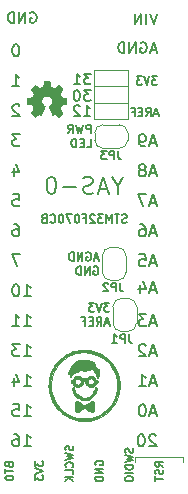
<source format=gbo>
G04 #@! TF.GenerationSoftware,KiCad,Pcbnew,(5.1.0)-1*
G04 #@! TF.CreationDate,2019-08-08T12:31:07-05:00*
G04 #@! TF.ProjectId,STM32F070_Breakout,53544d33-3246-4303-9730-5f427265616b,v02*
G04 #@! TF.SameCoordinates,Original*
G04 #@! TF.FileFunction,Legend,Bot*
G04 #@! TF.FilePolarity,Positive*
%FSLAX46Y46*%
G04 Gerber Fmt 4.6, Leading zero omitted, Abs format (unit mm)*
G04 Created by KiCad (PCBNEW (5.1.0)-1) date 2019-08-08 12:31:07*
%MOMM*%
%LPD*%
G04 APERTURE LIST*
%ADD10C,0.127000*%
%ADD11C,0.203200*%
%ADD12C,0.120000*%
%ADD13C,0.010000*%
G04 APERTURE END LIST*
D10*
X139479866Y-94521866D02*
X139378266Y-94555733D01*
X139208933Y-94555733D01*
X139141200Y-94521866D01*
X139107333Y-94488000D01*
X139073466Y-94420266D01*
X139073466Y-94352533D01*
X139107333Y-94284800D01*
X139141200Y-94250933D01*
X139208933Y-94217066D01*
X139344400Y-94183200D01*
X139412133Y-94149333D01*
X139446000Y-94115466D01*
X139479866Y-94047733D01*
X139479866Y-93980000D01*
X139446000Y-93912266D01*
X139412133Y-93878400D01*
X139344400Y-93844533D01*
X139175066Y-93844533D01*
X139073466Y-93878400D01*
X138870266Y-93844533D02*
X138463866Y-93844533D01*
X138667066Y-94555733D02*
X138667066Y-93844533D01*
X138226800Y-94555733D02*
X138226800Y-93844533D01*
X137989733Y-94352533D01*
X137752666Y-93844533D01*
X137752666Y-94555733D01*
X137481733Y-93844533D02*
X137041466Y-93844533D01*
X137278533Y-94115466D01*
X137176933Y-94115466D01*
X137109200Y-94149333D01*
X137075333Y-94183200D01*
X137041466Y-94250933D01*
X137041466Y-94420266D01*
X137075333Y-94488000D01*
X137109200Y-94521866D01*
X137176933Y-94555733D01*
X137380133Y-94555733D01*
X137447866Y-94521866D01*
X137481733Y-94488000D01*
X136770533Y-93912266D02*
X136736666Y-93878400D01*
X136668933Y-93844533D01*
X136499600Y-93844533D01*
X136431866Y-93878400D01*
X136398000Y-93912266D01*
X136364133Y-93980000D01*
X136364133Y-94047733D01*
X136398000Y-94149333D01*
X136804400Y-94555733D01*
X136364133Y-94555733D01*
X135822266Y-94183200D02*
X136059333Y-94183200D01*
X136059333Y-94555733D02*
X136059333Y-93844533D01*
X135720666Y-93844533D01*
X135314266Y-93844533D02*
X135246533Y-93844533D01*
X135178800Y-93878400D01*
X135144933Y-93912266D01*
X135111066Y-93980000D01*
X135077200Y-94115466D01*
X135077200Y-94284800D01*
X135111066Y-94420266D01*
X135144933Y-94488000D01*
X135178800Y-94521866D01*
X135246533Y-94555733D01*
X135314266Y-94555733D01*
X135382000Y-94521866D01*
X135415866Y-94488000D01*
X135449733Y-94420266D01*
X135483600Y-94284800D01*
X135483600Y-94115466D01*
X135449733Y-93980000D01*
X135415866Y-93912266D01*
X135382000Y-93878400D01*
X135314266Y-93844533D01*
X134840133Y-93844533D02*
X134366000Y-93844533D01*
X134670800Y-94555733D01*
X133959600Y-93844533D02*
X133891866Y-93844533D01*
X133824133Y-93878400D01*
X133790266Y-93912266D01*
X133756400Y-93980000D01*
X133722533Y-94115466D01*
X133722533Y-94284800D01*
X133756400Y-94420266D01*
X133790266Y-94488000D01*
X133824133Y-94521866D01*
X133891866Y-94555733D01*
X133959600Y-94555733D01*
X134027333Y-94521866D01*
X134061200Y-94488000D01*
X134095066Y-94420266D01*
X134128933Y-94284800D01*
X134128933Y-94115466D01*
X134095066Y-93980000D01*
X134061200Y-93912266D01*
X134027333Y-93878400D01*
X133959600Y-93844533D01*
X133011333Y-94488000D02*
X133045200Y-94521866D01*
X133146800Y-94555733D01*
X133214533Y-94555733D01*
X133316133Y-94521866D01*
X133383866Y-94454133D01*
X133417733Y-94386400D01*
X133451600Y-94250933D01*
X133451600Y-94149333D01*
X133417733Y-94013866D01*
X133383866Y-93946133D01*
X133316133Y-93878400D01*
X133214533Y-93844533D01*
X133146800Y-93844533D01*
X133045200Y-93878400D01*
X133011333Y-93912266D01*
X132469466Y-94183200D02*
X132367866Y-94217066D01*
X132334000Y-94250933D01*
X132300133Y-94318666D01*
X132300133Y-94420266D01*
X132334000Y-94488000D01*
X132367866Y-94521866D01*
X132435600Y-94555733D01*
X132706533Y-94555733D01*
X132706533Y-93844533D01*
X132469466Y-93844533D01*
X132401733Y-93878400D01*
X132367866Y-93912266D01*
X132334000Y-93980000D01*
X132334000Y-94047733D01*
X132367866Y-94115466D01*
X132401733Y-94149333D01*
X132469466Y-94183200D01*
X132706533Y-94183200D01*
X136438821Y-83319257D02*
X135872764Y-83319257D01*
X136177564Y-83667600D01*
X136046935Y-83667600D01*
X135959850Y-83711142D01*
X135916307Y-83754685D01*
X135872764Y-83841771D01*
X135872764Y-84059485D01*
X135916307Y-84146571D01*
X135959850Y-84190114D01*
X136046935Y-84233657D01*
X136308192Y-84233657D01*
X136395278Y-84190114D01*
X136438821Y-84146571D01*
X135306707Y-83319257D02*
X135219621Y-83319257D01*
X135132535Y-83362800D01*
X135088992Y-83406342D01*
X135045450Y-83493428D01*
X135001907Y-83667600D01*
X135001907Y-83885314D01*
X135045450Y-84059485D01*
X135088992Y-84146571D01*
X135132535Y-84190114D01*
X135219621Y-84233657D01*
X135306707Y-84233657D01*
X135393792Y-84190114D01*
X135437335Y-84146571D01*
X135480878Y-84059485D01*
X135524421Y-83885314D01*
X135524421Y-83667600D01*
X135480878Y-83493428D01*
X135437335Y-83406342D01*
X135393792Y-83362800D01*
X135306707Y-83319257D01*
X135872764Y-85503657D02*
X136395278Y-85503657D01*
X136134021Y-85503657D02*
X136134021Y-84589257D01*
X136221107Y-84719885D01*
X136308192Y-84806971D01*
X136395278Y-84850514D01*
X135524421Y-84676342D02*
X135480878Y-84632800D01*
X135393792Y-84589257D01*
X135176078Y-84589257D01*
X135088992Y-84632800D01*
X135045450Y-84676342D01*
X135001907Y-84763428D01*
X135001907Y-84850514D01*
X135045450Y-84981142D01*
X135567964Y-85503657D01*
X135001907Y-85503657D01*
X136438821Y-81922257D02*
X135872764Y-81922257D01*
X136177564Y-82270600D01*
X136046935Y-82270600D01*
X135959850Y-82314142D01*
X135916307Y-82357685D01*
X135872764Y-82444771D01*
X135872764Y-82662485D01*
X135916307Y-82749571D01*
X135959850Y-82793114D01*
X136046935Y-82836657D01*
X136308192Y-82836657D01*
X136395278Y-82793114D01*
X136438821Y-82749571D01*
X135001907Y-82836657D02*
X135524421Y-82836657D01*
X135263164Y-82836657D02*
X135263164Y-81922257D01*
X135350250Y-82052885D01*
X135437335Y-82139971D01*
X135524421Y-82183514D01*
D11*
X138734800Y-91406133D02*
X138734800Y-92083466D01*
X139208933Y-90661066D02*
X138734800Y-91406133D01*
X138260666Y-90661066D01*
X137854266Y-91677066D02*
X137176933Y-91677066D01*
X137989733Y-92083466D02*
X137515600Y-90661066D01*
X137041466Y-92083466D01*
X136635066Y-92015733D02*
X136431866Y-92083466D01*
X136093200Y-92083466D01*
X135957733Y-92015733D01*
X135890000Y-91948000D01*
X135822266Y-91812533D01*
X135822266Y-91677066D01*
X135890000Y-91541600D01*
X135957733Y-91473866D01*
X136093200Y-91406133D01*
X136364133Y-91338400D01*
X136499600Y-91270666D01*
X136567333Y-91202933D01*
X136635066Y-91067466D01*
X136635066Y-90932000D01*
X136567333Y-90796533D01*
X136499600Y-90728800D01*
X136364133Y-90661066D01*
X136025466Y-90661066D01*
X135822266Y-90728800D01*
X135212666Y-91541600D02*
X134128933Y-91541600D01*
X133180666Y-90661066D02*
X133045200Y-90661066D01*
X132909733Y-90728800D01*
X132842000Y-90796533D01*
X132774266Y-90932000D01*
X132706533Y-91202933D01*
X132706533Y-91541600D01*
X132774266Y-91812533D01*
X132842000Y-91948000D01*
X132909733Y-92015733D01*
X133045200Y-92083466D01*
X133180666Y-92083466D01*
X133316133Y-92015733D01*
X133383866Y-91948000D01*
X133451600Y-91812533D01*
X133519333Y-91541600D01*
X133519333Y-91202933D01*
X133451600Y-90932000D01*
X133383866Y-90796533D01*
X133316133Y-90728800D01*
X133180666Y-90661066D01*
D10*
X138017250Y-101375633D02*
X137576983Y-101375633D01*
X137814050Y-101646566D01*
X137712450Y-101646566D01*
X137644716Y-101680433D01*
X137610850Y-101714300D01*
X137576983Y-101782033D01*
X137576983Y-101951366D01*
X137610850Y-102019100D01*
X137644716Y-102052966D01*
X137712450Y-102086833D01*
X137915650Y-102086833D01*
X137983383Y-102052966D01*
X138017250Y-102019100D01*
X137373783Y-101375633D02*
X137136716Y-102086833D01*
X136899650Y-101375633D01*
X136730316Y-101375633D02*
X136290050Y-101375633D01*
X136527116Y-101646566D01*
X136425516Y-101646566D01*
X136357783Y-101680433D01*
X136323916Y-101714300D01*
X136290050Y-101782033D01*
X136290050Y-101951366D01*
X136323916Y-102019100D01*
X136357783Y-102052966D01*
X136425516Y-102086833D01*
X136628716Y-102086833D01*
X136696450Y-102052966D01*
X136730316Y-102019100D01*
X137983383Y-103077433D02*
X137644716Y-103077433D01*
X138051116Y-103280633D02*
X137814050Y-102569433D01*
X137576983Y-103280633D01*
X136933516Y-103280633D02*
X137170583Y-102941966D01*
X137339916Y-103280633D02*
X137339916Y-102569433D01*
X137068983Y-102569433D01*
X137001250Y-102603300D01*
X136967383Y-102637166D01*
X136933516Y-102704900D01*
X136933516Y-102806500D01*
X136967383Y-102874233D01*
X137001250Y-102908100D01*
X137068983Y-102941966D01*
X137339916Y-102941966D01*
X136628716Y-102908100D02*
X136391650Y-102908100D01*
X136290050Y-103280633D02*
X136628716Y-103280633D01*
X136628716Y-102569433D01*
X136290050Y-102569433D01*
X135748183Y-102908100D02*
X135985250Y-102908100D01*
X135985250Y-103280633D02*
X135985250Y-102569433D01*
X135646583Y-102569433D01*
X137094383Y-97565633D02*
X136755716Y-97565633D01*
X137162116Y-97768833D02*
X136925050Y-97057633D01*
X136687983Y-97768833D01*
X136078383Y-97091500D02*
X136146116Y-97057633D01*
X136247716Y-97057633D01*
X136349316Y-97091500D01*
X136417050Y-97159233D01*
X136450916Y-97226966D01*
X136484783Y-97362433D01*
X136484783Y-97464033D01*
X136450916Y-97599500D01*
X136417050Y-97667233D01*
X136349316Y-97734966D01*
X136247716Y-97768833D01*
X136179983Y-97768833D01*
X136078383Y-97734966D01*
X136044516Y-97701100D01*
X136044516Y-97464033D01*
X136179983Y-97464033D01*
X135739716Y-97768833D02*
X135739716Y-97057633D01*
X135333316Y-97768833D01*
X135333316Y-97057633D01*
X134994650Y-97768833D02*
X134994650Y-97057633D01*
X134825316Y-97057633D01*
X134723716Y-97091500D01*
X134655983Y-97159233D01*
X134622116Y-97226966D01*
X134588250Y-97362433D01*
X134588250Y-97464033D01*
X134622116Y-97599500D01*
X134655983Y-97667233D01*
X134723716Y-97734966D01*
X134825316Y-97768833D01*
X134994650Y-97768833D01*
X136687983Y-98285300D02*
X136755716Y-98251433D01*
X136857316Y-98251433D01*
X136958916Y-98285300D01*
X137026650Y-98353033D01*
X137060516Y-98420766D01*
X137094383Y-98556233D01*
X137094383Y-98657833D01*
X137060516Y-98793300D01*
X137026650Y-98861033D01*
X136958916Y-98928766D01*
X136857316Y-98962633D01*
X136789583Y-98962633D01*
X136687983Y-98928766D01*
X136654116Y-98894900D01*
X136654116Y-98657833D01*
X136789583Y-98657833D01*
X136349316Y-98962633D02*
X136349316Y-98251433D01*
X135942916Y-98962633D01*
X135942916Y-98251433D01*
X135604250Y-98962633D02*
X135604250Y-98251433D01*
X135434916Y-98251433D01*
X135333316Y-98285300D01*
X135265583Y-98353033D01*
X135231716Y-98420766D01*
X135197850Y-98556233D01*
X135197850Y-98657833D01*
X135231716Y-98793300D01*
X135265583Y-98861033D01*
X135333316Y-98928766D01*
X135434916Y-98962633D01*
X135604250Y-98962633D01*
X136425516Y-86973833D02*
X136425516Y-86262633D01*
X136154583Y-86262633D01*
X136086850Y-86296500D01*
X136052983Y-86330366D01*
X136019116Y-86398100D01*
X136019116Y-86499700D01*
X136052983Y-86567433D01*
X136086850Y-86601300D01*
X136154583Y-86635166D01*
X136425516Y-86635166D01*
X135782050Y-86262633D02*
X135612716Y-86973833D01*
X135477250Y-86465833D01*
X135341783Y-86973833D01*
X135172450Y-86262633D01*
X134495116Y-86973833D02*
X134732183Y-86635166D01*
X134901516Y-86973833D02*
X134901516Y-86262633D01*
X134630583Y-86262633D01*
X134562850Y-86296500D01*
X134528983Y-86330366D01*
X134495116Y-86398100D01*
X134495116Y-86499700D01*
X134528983Y-86567433D01*
X134562850Y-86601300D01*
X134630583Y-86635166D01*
X134901516Y-86635166D01*
X136086850Y-88167633D02*
X136425516Y-88167633D01*
X136425516Y-87456433D01*
X135849783Y-87795100D02*
X135612716Y-87795100D01*
X135511116Y-88167633D02*
X135849783Y-88167633D01*
X135849783Y-87456433D01*
X135511116Y-87456433D01*
X135206316Y-88167633D02*
X135206316Y-87456433D01*
X135036983Y-87456433D01*
X134935383Y-87490300D01*
X134867650Y-87558033D01*
X134833783Y-87625766D01*
X134799916Y-87761233D01*
X134799916Y-87862833D01*
X134833783Y-87998300D01*
X134867650Y-88066033D01*
X134935383Y-88133766D01*
X135036983Y-88167633D01*
X135206316Y-88167633D01*
D12*
X144272000Y-114808000D02*
X144272000Y-114427000D01*
X140208000Y-114427000D02*
X144272000Y-114427000D01*
X140208000Y-114808000D02*
X140208000Y-114427000D01*
D10*
X142564152Y-115208352D02*
X142249676Y-114988219D01*
X142564152Y-114830980D02*
X141903752Y-114830980D01*
X141903752Y-115082561D01*
X141935200Y-115145457D01*
X141966647Y-115176904D01*
X142029542Y-115208352D01*
X142123885Y-115208352D01*
X142186780Y-115176904D01*
X142218228Y-115145457D01*
X142249676Y-115082561D01*
X142249676Y-114830980D01*
X142532704Y-115459933D02*
X142564152Y-115554276D01*
X142564152Y-115711514D01*
X142532704Y-115774409D01*
X142501257Y-115805857D01*
X142438361Y-115837304D01*
X142375466Y-115837304D01*
X142312571Y-115805857D01*
X142281123Y-115774409D01*
X142249676Y-115711514D01*
X142218228Y-115585723D01*
X142186780Y-115522828D01*
X142155333Y-115491380D01*
X142092438Y-115459933D01*
X142029542Y-115459933D01*
X141966647Y-115491380D01*
X141935200Y-115522828D01*
X141903752Y-115585723D01*
X141903752Y-115742961D01*
X141935200Y-115837304D01*
X141903752Y-116025990D02*
X141903752Y-116403361D01*
X142564152Y-116214676D02*
X141903752Y-116214676D01*
X139992704Y-113662580D02*
X140024152Y-113756923D01*
X140024152Y-113914161D01*
X139992704Y-113977057D01*
X139961257Y-114008504D01*
X139898361Y-114039952D01*
X139835466Y-114039952D01*
X139772571Y-114008504D01*
X139741123Y-113977057D01*
X139709676Y-113914161D01*
X139678228Y-113788371D01*
X139646780Y-113725476D01*
X139615333Y-113694028D01*
X139552438Y-113662580D01*
X139489542Y-113662580D01*
X139426647Y-113694028D01*
X139395200Y-113725476D01*
X139363752Y-113788371D01*
X139363752Y-113945609D01*
X139395200Y-114039952D01*
X139363752Y-114260085D02*
X140024152Y-114417323D01*
X139552438Y-114543114D01*
X140024152Y-114668904D01*
X139363752Y-114826142D01*
X140024152Y-115077723D02*
X139363752Y-115077723D01*
X139363752Y-115234961D01*
X139395200Y-115329304D01*
X139458095Y-115392200D01*
X139520990Y-115423647D01*
X139646780Y-115455095D01*
X139741123Y-115455095D01*
X139866914Y-115423647D01*
X139929809Y-115392200D01*
X139992704Y-115329304D01*
X140024152Y-115234961D01*
X140024152Y-115077723D01*
X140024152Y-115738123D02*
X139363752Y-115738123D01*
X139363752Y-116178390D02*
X139363752Y-116304180D01*
X139395200Y-116367076D01*
X139458095Y-116429971D01*
X139583885Y-116461419D01*
X139804019Y-116461419D01*
X139929809Y-116429971D01*
X139992704Y-116367076D01*
X140024152Y-116304180D01*
X140024152Y-116178390D01*
X139992704Y-116115495D01*
X139929809Y-116052600D01*
X139804019Y-116021152D01*
X139583885Y-116021152D01*
X139458095Y-116052600D01*
X139395200Y-116115495D01*
X139363752Y-116178390D01*
X136855200Y-115066838D02*
X136823752Y-115003942D01*
X136823752Y-114909600D01*
X136855200Y-114815257D01*
X136918095Y-114752361D01*
X136980990Y-114720914D01*
X137106780Y-114689466D01*
X137201123Y-114689466D01*
X137326914Y-114720914D01*
X137389809Y-114752361D01*
X137452704Y-114815257D01*
X137484152Y-114909600D01*
X137484152Y-114972495D01*
X137452704Y-115066838D01*
X137421257Y-115098285D01*
X137201123Y-115098285D01*
X137201123Y-114972495D01*
X137484152Y-115381314D02*
X136823752Y-115381314D01*
X137484152Y-115758685D01*
X136823752Y-115758685D01*
X137484152Y-116073161D02*
X136823752Y-116073161D01*
X136823752Y-116230400D01*
X136855200Y-116324742D01*
X136918095Y-116387638D01*
X136980990Y-116419085D01*
X137106780Y-116450533D01*
X137201123Y-116450533D01*
X137326914Y-116419085D01*
X137389809Y-116387638D01*
X137452704Y-116324742D01*
X137484152Y-116230400D01*
X137484152Y-116073161D01*
X134912704Y-113441238D02*
X134944152Y-113535580D01*
X134944152Y-113692819D01*
X134912704Y-113755714D01*
X134881257Y-113787161D01*
X134818361Y-113818609D01*
X134755466Y-113818609D01*
X134692571Y-113787161D01*
X134661123Y-113755714D01*
X134629676Y-113692819D01*
X134598228Y-113567028D01*
X134566780Y-113504133D01*
X134535333Y-113472685D01*
X134472438Y-113441238D01*
X134409542Y-113441238D01*
X134346647Y-113472685D01*
X134315200Y-113504133D01*
X134283752Y-113567028D01*
X134283752Y-113724266D01*
X134315200Y-113818609D01*
X134283752Y-114038742D02*
X134944152Y-114195980D01*
X134472438Y-114321771D01*
X134944152Y-114447561D01*
X134283752Y-114604800D01*
X134881257Y-115233752D02*
X134912704Y-115202304D01*
X134944152Y-115107961D01*
X134944152Y-115045066D01*
X134912704Y-114950723D01*
X134849809Y-114887828D01*
X134786914Y-114856380D01*
X134661123Y-114824933D01*
X134566780Y-114824933D01*
X134440990Y-114856380D01*
X134378095Y-114887828D01*
X134315200Y-114950723D01*
X134283752Y-115045066D01*
X134283752Y-115107961D01*
X134315200Y-115202304D01*
X134346647Y-115233752D01*
X134944152Y-115831257D02*
X134944152Y-115516780D01*
X134283752Y-115516780D01*
X134944152Y-116051390D02*
X134283752Y-116051390D01*
X134944152Y-116428761D02*
X134566780Y-116145733D01*
X134283752Y-116428761D02*
X134661123Y-116051390D01*
X131743752Y-114752361D02*
X131743752Y-115161180D01*
X131995333Y-114941047D01*
X131995333Y-115035390D01*
X132026780Y-115098285D01*
X132058228Y-115129733D01*
X132121123Y-115161180D01*
X132278361Y-115161180D01*
X132341257Y-115129733D01*
X132372704Y-115098285D01*
X132404152Y-115035390D01*
X132404152Y-114846704D01*
X132372704Y-114783809D01*
X132341257Y-114752361D01*
X131743752Y-115349866D02*
X132404152Y-115570000D01*
X131743752Y-115790133D01*
X131743752Y-115947371D02*
X131743752Y-116356190D01*
X131995333Y-116136057D01*
X131995333Y-116230400D01*
X132026780Y-116293295D01*
X132058228Y-116324742D01*
X132121123Y-116356190D01*
X132278361Y-116356190D01*
X132341257Y-116324742D01*
X132372704Y-116293295D01*
X132404152Y-116230400D01*
X132404152Y-116041714D01*
X132372704Y-115978819D01*
X132341257Y-115947371D01*
X129518228Y-115051114D02*
X129549676Y-115145457D01*
X129581123Y-115176904D01*
X129644019Y-115208352D01*
X129738361Y-115208352D01*
X129801257Y-115176904D01*
X129832704Y-115145457D01*
X129864152Y-115082561D01*
X129864152Y-114830980D01*
X129203752Y-114830980D01*
X129203752Y-115051114D01*
X129235200Y-115114009D01*
X129266647Y-115145457D01*
X129329542Y-115176904D01*
X129392438Y-115176904D01*
X129455333Y-115145457D01*
X129486780Y-115114009D01*
X129518228Y-115051114D01*
X129518228Y-114830980D01*
X129203752Y-115397038D02*
X129203752Y-115774409D01*
X129864152Y-115585723D02*
X129203752Y-115585723D01*
X129203752Y-116120333D02*
X129203752Y-116183228D01*
X129235200Y-116246123D01*
X129266647Y-116277571D01*
X129329542Y-116309019D01*
X129455333Y-116340466D01*
X129612571Y-116340466D01*
X129738361Y-116309019D01*
X129801257Y-116277571D01*
X129832704Y-116246123D01*
X129864152Y-116183228D01*
X129864152Y-116120333D01*
X129832704Y-116057438D01*
X129801257Y-116025990D01*
X129738361Y-115994542D01*
X129612571Y-115963095D01*
X129455333Y-115963095D01*
X129329542Y-115994542D01*
X129266647Y-116025990D01*
X129235200Y-116057438D01*
X129203752Y-116120333D01*
X141963926Y-112570380D02*
X141915545Y-112522000D01*
X141818783Y-112473619D01*
X141576878Y-112473619D01*
X141480116Y-112522000D01*
X141431735Y-112570380D01*
X141383354Y-112667142D01*
X141383354Y-112763904D01*
X141431735Y-112909047D01*
X142012307Y-113489619D01*
X141383354Y-113489619D01*
X140754402Y-112473619D02*
X140657640Y-112473619D01*
X140560878Y-112522000D01*
X140512497Y-112570380D01*
X140464116Y-112667142D01*
X140415735Y-112860666D01*
X140415735Y-113102571D01*
X140464116Y-113296095D01*
X140512497Y-113392857D01*
X140560878Y-113441238D01*
X140657640Y-113489619D01*
X140754402Y-113489619D01*
X140851164Y-113441238D01*
X140899545Y-113392857D01*
X140947926Y-113296095D01*
X140996307Y-113102571D01*
X140996307Y-112860666D01*
X140947926Y-112667142D01*
X140899545Y-112570380D01*
X140851164Y-112522000D01*
X140754402Y-112473619D01*
X141963926Y-110659333D02*
X141480116Y-110659333D01*
X142060688Y-110949619D02*
X141722021Y-109933619D01*
X141383354Y-110949619D01*
X140851164Y-109933619D02*
X140754402Y-109933619D01*
X140657640Y-109982000D01*
X140609259Y-110030380D01*
X140560878Y-110127142D01*
X140512497Y-110320666D01*
X140512497Y-110562571D01*
X140560878Y-110756095D01*
X140609259Y-110852857D01*
X140657640Y-110901238D01*
X140754402Y-110949619D01*
X140851164Y-110949619D01*
X140947926Y-110901238D01*
X140996307Y-110852857D01*
X141044688Y-110756095D01*
X141093069Y-110562571D01*
X141093069Y-110320666D01*
X141044688Y-110127142D01*
X140996307Y-110030380D01*
X140947926Y-109982000D01*
X140851164Y-109933619D01*
X141963926Y-108119333D02*
X141480116Y-108119333D01*
X142060688Y-108409619D02*
X141722021Y-107393619D01*
X141383354Y-108409619D01*
X140512497Y-108409619D02*
X141093069Y-108409619D01*
X140802783Y-108409619D02*
X140802783Y-107393619D01*
X140899545Y-107538761D01*
X140996307Y-107635523D01*
X141093069Y-107683904D01*
X141963926Y-105579333D02*
X141480116Y-105579333D01*
X142060688Y-105869619D02*
X141722021Y-104853619D01*
X141383354Y-105869619D01*
X141093069Y-104950380D02*
X141044688Y-104902000D01*
X140947926Y-104853619D01*
X140706021Y-104853619D01*
X140609259Y-104902000D01*
X140560878Y-104950380D01*
X140512497Y-105047142D01*
X140512497Y-105143904D01*
X140560878Y-105289047D01*
X141141450Y-105869619D01*
X140512497Y-105869619D01*
X141963926Y-103039333D02*
X141480116Y-103039333D01*
X142060688Y-103329619D02*
X141722021Y-102313619D01*
X141383354Y-103329619D01*
X141141450Y-102313619D02*
X140512497Y-102313619D01*
X140851164Y-102700666D01*
X140706021Y-102700666D01*
X140609259Y-102749047D01*
X140560878Y-102797428D01*
X140512497Y-102894190D01*
X140512497Y-103136095D01*
X140560878Y-103232857D01*
X140609259Y-103281238D01*
X140706021Y-103329619D01*
X140996307Y-103329619D01*
X141093069Y-103281238D01*
X141141450Y-103232857D01*
X141963926Y-100245333D02*
X141480116Y-100245333D01*
X142060688Y-100535619D02*
X141722021Y-99519619D01*
X141383354Y-100535619D01*
X140609259Y-99858285D02*
X140609259Y-100535619D01*
X140851164Y-99471238D02*
X141093069Y-100196952D01*
X140464116Y-100196952D01*
X141963926Y-97959333D02*
X141480116Y-97959333D01*
X142060688Y-98249619D02*
X141722021Y-97233619D01*
X141383354Y-98249619D01*
X140560878Y-97233619D02*
X141044688Y-97233619D01*
X141093069Y-97717428D01*
X141044688Y-97669047D01*
X140947926Y-97620666D01*
X140706021Y-97620666D01*
X140609259Y-97669047D01*
X140560878Y-97717428D01*
X140512497Y-97814190D01*
X140512497Y-98056095D01*
X140560878Y-98152857D01*
X140609259Y-98201238D01*
X140706021Y-98249619D01*
X140947926Y-98249619D01*
X141044688Y-98201238D01*
X141093069Y-98152857D01*
X141963926Y-95419333D02*
X141480116Y-95419333D01*
X142060688Y-95709619D02*
X141722021Y-94693619D01*
X141383354Y-95709619D01*
X140609259Y-94693619D02*
X140802783Y-94693619D01*
X140899545Y-94742000D01*
X140947926Y-94790380D01*
X141044688Y-94935523D01*
X141093069Y-95129047D01*
X141093069Y-95516095D01*
X141044688Y-95612857D01*
X140996307Y-95661238D01*
X140899545Y-95709619D01*
X140706021Y-95709619D01*
X140609259Y-95661238D01*
X140560878Y-95612857D01*
X140512497Y-95516095D01*
X140512497Y-95274190D01*
X140560878Y-95177428D01*
X140609259Y-95129047D01*
X140706021Y-95080666D01*
X140899545Y-95080666D01*
X140996307Y-95129047D01*
X141044688Y-95177428D01*
X141093069Y-95274190D01*
X141963926Y-92879333D02*
X141480116Y-92879333D01*
X142060688Y-93169619D02*
X141722021Y-92153619D01*
X141383354Y-93169619D01*
X141141450Y-92153619D02*
X140464116Y-92153619D01*
X140899545Y-93169619D01*
X141963926Y-90339333D02*
X141480116Y-90339333D01*
X142060688Y-90629619D02*
X141722021Y-89613619D01*
X141383354Y-90629619D01*
X140899545Y-90049047D02*
X140996307Y-90000666D01*
X141044688Y-89952285D01*
X141093069Y-89855523D01*
X141093069Y-89807142D01*
X141044688Y-89710380D01*
X140996307Y-89662000D01*
X140899545Y-89613619D01*
X140706021Y-89613619D01*
X140609259Y-89662000D01*
X140560878Y-89710380D01*
X140512497Y-89807142D01*
X140512497Y-89855523D01*
X140560878Y-89952285D01*
X140609259Y-90000666D01*
X140706021Y-90049047D01*
X140899545Y-90049047D01*
X140996307Y-90097428D01*
X141044688Y-90145809D01*
X141093069Y-90242571D01*
X141093069Y-90436095D01*
X141044688Y-90532857D01*
X140996307Y-90581238D01*
X140899545Y-90629619D01*
X140706021Y-90629619D01*
X140609259Y-90581238D01*
X140560878Y-90532857D01*
X140512497Y-90436095D01*
X140512497Y-90242571D01*
X140560878Y-90145809D01*
X140609259Y-90097428D01*
X140706021Y-90049047D01*
X141963926Y-87799333D02*
X141480116Y-87799333D01*
X142060688Y-88089619D02*
X141722021Y-87073619D01*
X141383354Y-88089619D01*
X140996307Y-88089619D02*
X140802783Y-88089619D01*
X140706021Y-88041238D01*
X140657640Y-87992857D01*
X140560878Y-87847714D01*
X140512497Y-87654190D01*
X140512497Y-87267142D01*
X140560878Y-87170380D01*
X140609259Y-87122000D01*
X140706021Y-87073619D01*
X140899545Y-87073619D01*
X140996307Y-87122000D01*
X141044688Y-87170380D01*
X141093069Y-87267142D01*
X141093069Y-87509047D01*
X141044688Y-87605809D01*
X140996307Y-87654190D01*
X140899545Y-87702571D01*
X140706021Y-87702571D01*
X140609259Y-87654190D01*
X140560878Y-87605809D01*
X140512497Y-87509047D01*
X142148983Y-85335533D02*
X141810316Y-85335533D01*
X142216716Y-85538733D02*
X141979650Y-84827533D01*
X141742583Y-85538733D01*
X141099116Y-85538733D02*
X141336183Y-85200066D01*
X141505516Y-85538733D02*
X141505516Y-84827533D01*
X141234583Y-84827533D01*
X141166850Y-84861400D01*
X141132983Y-84895266D01*
X141099116Y-84963000D01*
X141099116Y-85064600D01*
X141132983Y-85132333D01*
X141166850Y-85166200D01*
X141234583Y-85200066D01*
X141505516Y-85200066D01*
X140794316Y-85166200D02*
X140557250Y-85166200D01*
X140455650Y-85538733D02*
X140794316Y-85538733D01*
X140794316Y-84827533D01*
X140455650Y-84827533D01*
X139913783Y-85166200D02*
X140150850Y-85166200D01*
X140150850Y-85538733D02*
X140150850Y-84827533D01*
X139812183Y-84827533D01*
X142055850Y-82160533D02*
X141615583Y-82160533D01*
X141852650Y-82431466D01*
X141751050Y-82431466D01*
X141683316Y-82465333D01*
X141649450Y-82499200D01*
X141615583Y-82566933D01*
X141615583Y-82736266D01*
X141649450Y-82804000D01*
X141683316Y-82837866D01*
X141751050Y-82871733D01*
X141954250Y-82871733D01*
X142021983Y-82837866D01*
X142055850Y-82804000D01*
X141412383Y-82160533D02*
X141175316Y-82871733D01*
X140938250Y-82160533D01*
X140768916Y-82160533D02*
X140328650Y-82160533D01*
X140565716Y-82431466D01*
X140464116Y-82431466D01*
X140396383Y-82465333D01*
X140362516Y-82499200D01*
X140328650Y-82566933D01*
X140328650Y-82736266D01*
X140362516Y-82804000D01*
X140396383Y-82837866D01*
X140464116Y-82871733D01*
X140667316Y-82871733D01*
X140735050Y-82837866D01*
X140768916Y-82804000D01*
X141983278Y-79908400D02*
X141547850Y-79908400D01*
X142070364Y-80169657D02*
X141765564Y-79255257D01*
X141460764Y-80169657D01*
X140676992Y-79298800D02*
X140764078Y-79255257D01*
X140894707Y-79255257D01*
X141025335Y-79298800D01*
X141112421Y-79385885D01*
X141155964Y-79472971D01*
X141199507Y-79647142D01*
X141199507Y-79777771D01*
X141155964Y-79951942D01*
X141112421Y-80039028D01*
X141025335Y-80126114D01*
X140894707Y-80169657D01*
X140807621Y-80169657D01*
X140676992Y-80126114D01*
X140633450Y-80082571D01*
X140633450Y-79777771D01*
X140807621Y-79777771D01*
X140241564Y-80169657D02*
X140241564Y-79255257D01*
X139719050Y-80169657D01*
X139719050Y-79255257D01*
X139283621Y-80169657D02*
X139283621Y-79255257D01*
X139065907Y-79255257D01*
X138935278Y-79298800D01*
X138848192Y-79385885D01*
X138804650Y-79472971D01*
X138761107Y-79647142D01*
X138761107Y-79777771D01*
X138804650Y-79951942D01*
X138848192Y-80039028D01*
X138935278Y-80126114D01*
X139065907Y-80169657D01*
X139283621Y-80169657D01*
X142070364Y-76842257D02*
X141765564Y-77756657D01*
X141460764Y-76842257D01*
X141155964Y-77756657D02*
X141155964Y-76842257D01*
X140720535Y-77756657D02*
X140720535Y-76842257D01*
X140198021Y-77756657D01*
X140198021Y-76842257D01*
X130783692Y-113489619D02*
X131364264Y-113489619D01*
X131073978Y-113489619D02*
X131073978Y-112473619D01*
X131170740Y-112618761D01*
X131267502Y-112715523D01*
X131364264Y-112763904D01*
X129912835Y-112473619D02*
X130106359Y-112473619D01*
X130203121Y-112522000D01*
X130251502Y-112570380D01*
X130348264Y-112715523D01*
X130396645Y-112909047D01*
X130396645Y-113296095D01*
X130348264Y-113392857D01*
X130299883Y-113441238D01*
X130203121Y-113489619D01*
X130009597Y-113489619D01*
X129912835Y-113441238D01*
X129864454Y-113392857D01*
X129816073Y-113296095D01*
X129816073Y-113054190D01*
X129864454Y-112957428D01*
X129912835Y-112909047D01*
X130009597Y-112860666D01*
X130203121Y-112860666D01*
X130299883Y-112909047D01*
X130348264Y-112957428D01*
X130396645Y-113054190D01*
X130783692Y-110949619D02*
X131364264Y-110949619D01*
X131073978Y-110949619D02*
X131073978Y-109933619D01*
X131170740Y-110078761D01*
X131267502Y-110175523D01*
X131364264Y-110223904D01*
X129864454Y-109933619D02*
X130348264Y-109933619D01*
X130396645Y-110417428D01*
X130348264Y-110369047D01*
X130251502Y-110320666D01*
X130009597Y-110320666D01*
X129912835Y-110369047D01*
X129864454Y-110417428D01*
X129816073Y-110514190D01*
X129816073Y-110756095D01*
X129864454Y-110852857D01*
X129912835Y-110901238D01*
X130009597Y-110949619D01*
X130251502Y-110949619D01*
X130348264Y-110901238D01*
X130396645Y-110852857D01*
X130783692Y-108409619D02*
X131364264Y-108409619D01*
X131073978Y-108409619D02*
X131073978Y-107393619D01*
X131170740Y-107538761D01*
X131267502Y-107635523D01*
X131364264Y-107683904D01*
X129912835Y-107732285D02*
X129912835Y-108409619D01*
X130154740Y-107345238D02*
X130396645Y-108070952D01*
X129767692Y-108070952D01*
X130783692Y-105869619D02*
X131364264Y-105869619D01*
X131073978Y-105869619D02*
X131073978Y-104853619D01*
X131170740Y-104998761D01*
X131267502Y-105095523D01*
X131364264Y-105143904D01*
X130445026Y-104853619D02*
X129816073Y-104853619D01*
X130154740Y-105240666D01*
X130009597Y-105240666D01*
X129912835Y-105289047D01*
X129864454Y-105337428D01*
X129816073Y-105434190D01*
X129816073Y-105676095D01*
X129864454Y-105772857D01*
X129912835Y-105821238D01*
X130009597Y-105869619D01*
X130299883Y-105869619D01*
X130396645Y-105821238D01*
X130445026Y-105772857D01*
X130783692Y-103329619D02*
X131364264Y-103329619D01*
X131073978Y-103329619D02*
X131073978Y-102313619D01*
X131170740Y-102458761D01*
X131267502Y-102555523D01*
X131364264Y-102603904D01*
X129816073Y-103329619D02*
X130396645Y-103329619D01*
X130106359Y-103329619D02*
X130106359Y-102313619D01*
X130203121Y-102458761D01*
X130299883Y-102555523D01*
X130396645Y-102603904D01*
X130783692Y-100789619D02*
X131364264Y-100789619D01*
X131073978Y-100789619D02*
X131073978Y-99773619D01*
X131170740Y-99918761D01*
X131267502Y-100015523D01*
X131364264Y-100063904D01*
X130154740Y-99773619D02*
X130057978Y-99773619D01*
X129961216Y-99822000D01*
X129912835Y-99870380D01*
X129864454Y-99967142D01*
X129816073Y-100160666D01*
X129816073Y-100402571D01*
X129864454Y-100596095D01*
X129912835Y-100692857D01*
X129961216Y-100741238D01*
X130057978Y-100789619D01*
X130154740Y-100789619D01*
X130251502Y-100741238D01*
X130299883Y-100692857D01*
X130348264Y-100596095D01*
X130396645Y-100402571D01*
X130396645Y-100160666D01*
X130348264Y-99967142D01*
X130299883Y-99870380D01*
X130251502Y-99822000D01*
X130154740Y-99773619D01*
X130445026Y-97233619D02*
X129767692Y-97233619D01*
X130203121Y-98249619D01*
X129912835Y-94693619D02*
X130106359Y-94693619D01*
X130203121Y-94742000D01*
X130251502Y-94790380D01*
X130348264Y-94935523D01*
X130396645Y-95129047D01*
X130396645Y-95516095D01*
X130348264Y-95612857D01*
X130299883Y-95661238D01*
X130203121Y-95709619D01*
X130009597Y-95709619D01*
X129912835Y-95661238D01*
X129864454Y-95612857D01*
X129816073Y-95516095D01*
X129816073Y-95274190D01*
X129864454Y-95177428D01*
X129912835Y-95129047D01*
X130009597Y-95080666D01*
X130203121Y-95080666D01*
X130299883Y-95129047D01*
X130348264Y-95177428D01*
X130396645Y-95274190D01*
X129864454Y-92153619D02*
X130348264Y-92153619D01*
X130396645Y-92637428D01*
X130348264Y-92589047D01*
X130251502Y-92540666D01*
X130009597Y-92540666D01*
X129912835Y-92589047D01*
X129864454Y-92637428D01*
X129816073Y-92734190D01*
X129816073Y-92976095D01*
X129864454Y-93072857D01*
X129912835Y-93121238D01*
X130009597Y-93169619D01*
X130251502Y-93169619D01*
X130348264Y-93121238D01*
X130396645Y-93072857D01*
X129912835Y-89952285D02*
X129912835Y-90629619D01*
X130154740Y-89565238D02*
X130396645Y-90290952D01*
X129767692Y-90290952D01*
X130445026Y-87073619D02*
X129816073Y-87073619D01*
X130154740Y-87460666D01*
X130009597Y-87460666D01*
X129912835Y-87509047D01*
X129864454Y-87557428D01*
X129816073Y-87654190D01*
X129816073Y-87896095D01*
X129864454Y-87992857D01*
X129912835Y-88041238D01*
X130009597Y-88089619D01*
X130299883Y-88089619D01*
X130396645Y-88041238D01*
X130445026Y-87992857D01*
X130396645Y-84630380D02*
X130348264Y-84582000D01*
X130251502Y-84533619D01*
X130009597Y-84533619D01*
X129912835Y-84582000D01*
X129864454Y-84630380D01*
X129816073Y-84727142D01*
X129816073Y-84823904D01*
X129864454Y-84969047D01*
X130445026Y-85549619D01*
X129816073Y-85549619D01*
X129816073Y-83009619D02*
X130396645Y-83009619D01*
X130106359Y-83009619D02*
X130106359Y-81993619D01*
X130203121Y-82138761D01*
X130299883Y-82235523D01*
X130396645Y-82283904D01*
X130154740Y-79453619D02*
X130057978Y-79453619D01*
X129961216Y-79502000D01*
X129912835Y-79550380D01*
X129864454Y-79647142D01*
X129816073Y-79840666D01*
X129816073Y-80082571D01*
X129864454Y-80276095D01*
X129912835Y-80372857D01*
X129961216Y-80421238D01*
X130057978Y-80469619D01*
X130154740Y-80469619D01*
X130251502Y-80421238D01*
X130299883Y-80372857D01*
X130348264Y-80276095D01*
X130396645Y-80082571D01*
X130396645Y-79840666D01*
X130348264Y-79647142D01*
X130299883Y-79550380D01*
X130251502Y-79502000D01*
X130154740Y-79453619D01*
X131331607Y-76758800D02*
X131418692Y-76715257D01*
X131549321Y-76715257D01*
X131679950Y-76758800D01*
X131767035Y-76845885D01*
X131810578Y-76932971D01*
X131854121Y-77107142D01*
X131854121Y-77237771D01*
X131810578Y-77411942D01*
X131767035Y-77499028D01*
X131679950Y-77586114D01*
X131549321Y-77629657D01*
X131462235Y-77629657D01*
X131331607Y-77586114D01*
X131288064Y-77542571D01*
X131288064Y-77237771D01*
X131462235Y-77237771D01*
X130896178Y-77629657D02*
X130896178Y-76715257D01*
X130373664Y-77629657D01*
X130373664Y-76715257D01*
X129938235Y-77629657D02*
X129938235Y-76715257D01*
X129720521Y-76715257D01*
X129589892Y-76758800D01*
X129502807Y-76845885D01*
X129459264Y-76932971D01*
X129415721Y-77107142D01*
X129415721Y-77237771D01*
X129459264Y-77411942D01*
X129502807Y-77499028D01*
X129589892Y-77586114D01*
X129720521Y-77629657D01*
X129938235Y-77629657D01*
D13*
G36*
X132720950Y-82579298D02*
G01*
X132673515Y-82579405D01*
X132629268Y-82579675D01*
X132589556Y-82580087D01*
X132555725Y-82580620D01*
X132529122Y-82581252D01*
X132511094Y-82581963D01*
X132503051Y-82582715D01*
X132491902Y-82589137D01*
X132487622Y-82595414D01*
X132485951Y-82602901D01*
X132482478Y-82620161D01*
X132477451Y-82645920D01*
X132471113Y-82678900D01*
X132463710Y-82717824D01*
X132455487Y-82761417D01*
X132446690Y-82808400D01*
X132445740Y-82813496D01*
X132436824Y-82860821D01*
X132428336Y-82904928D01*
X132420536Y-82944533D01*
X132413685Y-82978350D01*
X132408044Y-83005095D01*
X132403873Y-83023483D01*
X132401434Y-83032228D01*
X132401295Y-83032523D01*
X132394571Y-83037591D01*
X132378937Y-83045914D01*
X132356018Y-83056828D01*
X132327435Y-83069667D01*
X132294814Y-83083767D01*
X132259777Y-83098461D01*
X132223949Y-83113087D01*
X132188951Y-83126977D01*
X132156408Y-83139468D01*
X132127944Y-83149893D01*
X132105182Y-83157589D01*
X132089745Y-83161891D01*
X132083997Y-83162498D01*
X132076601Y-83158847D01*
X132061067Y-83149503D01*
X132038489Y-83135180D01*
X132009961Y-83116593D01*
X131976578Y-83094456D01*
X131939436Y-83069483D01*
X131899629Y-83042389D01*
X131893542Y-83038217D01*
X131853559Y-83010977D01*
X131816179Y-82985858D01*
X131782477Y-82963557D01*
X131753529Y-82944772D01*
X131730410Y-82930198D01*
X131714196Y-82920533D01*
X131705961Y-82916473D01*
X131705453Y-82916390D01*
X131698951Y-82920279D01*
X131685757Y-82931240D01*
X131666932Y-82948207D01*
X131643541Y-82970118D01*
X131616645Y-82995909D01*
X131587308Y-83024518D01*
X131556593Y-83054880D01*
X131525563Y-83085932D01*
X131495281Y-83116611D01*
X131466810Y-83145854D01*
X131441212Y-83172596D01*
X131419551Y-83195776D01*
X131402889Y-83214329D01*
X131392290Y-83227192D01*
X131388805Y-83233160D01*
X131391895Y-83240009D01*
X131400699Y-83255007D01*
X131414518Y-83277073D01*
X131432651Y-83305128D01*
X131454401Y-83338091D01*
X131479066Y-83374882D01*
X131505949Y-83414420D01*
X131509624Y-83419784D01*
X131543477Y-83469525D01*
X131572188Y-83512489D01*
X131595480Y-83548243D01*
X131613077Y-83576353D01*
X131624704Y-83596384D01*
X131630084Y-83607905D01*
X131630442Y-83609764D01*
X131628282Y-83618308D01*
X131622176Y-83635725D01*
X131612683Y-83660594D01*
X131600363Y-83691491D01*
X131585775Y-83726994D01*
X131569478Y-83765680D01*
X131564967Y-83776233D01*
X131544314Y-83823943D01*
X131527395Y-83861968D01*
X131513832Y-83891081D01*
X131503245Y-83912056D01*
X131495256Y-83925667D01*
X131489484Y-83932686D01*
X131487699Y-83933827D01*
X131479598Y-83935950D01*
X131461761Y-83939814D01*
X131435514Y-83945161D01*
X131402180Y-83951727D01*
X131363083Y-83959253D01*
X131319547Y-83967478D01*
X131274461Y-83975852D01*
X131228128Y-83984426D01*
X131185154Y-83992453D01*
X131146824Y-83999688D01*
X131114423Y-84005884D01*
X131089239Y-84010796D01*
X131072558Y-84014177D01*
X131065689Y-84015772D01*
X131058484Y-84022984D01*
X131055077Y-84030838D01*
X131054322Y-84039128D01*
X131053624Y-84057313D01*
X131053004Y-84084051D01*
X131052482Y-84117996D01*
X131052079Y-84157807D01*
X131051816Y-84202140D01*
X131051714Y-84248986D01*
X131051730Y-84302896D01*
X131051857Y-84346690D01*
X131052145Y-84381488D01*
X131052645Y-84408412D01*
X131053407Y-84428585D01*
X131054481Y-84443128D01*
X131055919Y-84453163D01*
X131057770Y-84459811D01*
X131060084Y-84464195D01*
X131061471Y-84465933D01*
X131065990Y-84469261D01*
X131074375Y-84472832D01*
X131087627Y-84476873D01*
X131106751Y-84481613D01*
X131132748Y-84487282D01*
X131166623Y-84494107D01*
X131209377Y-84502317D01*
X131262016Y-84512141D01*
X131273365Y-84514236D01*
X131330532Y-84524901D01*
X131377388Y-84533937D01*
X131414715Y-84541518D01*
X131443297Y-84547818D01*
X131463915Y-84553013D01*
X131477352Y-84557276D01*
X131484391Y-84560781D01*
X131485099Y-84561405D01*
X131489798Y-84569299D01*
X131497801Y-84586100D01*
X131508464Y-84610193D01*
X131521140Y-84639963D01*
X131535182Y-84673795D01*
X131549945Y-84710074D01*
X131564783Y-84747185D01*
X131579048Y-84783514D01*
X131592096Y-84817445D01*
X131603280Y-84847365D01*
X131611953Y-84871657D01*
X131617470Y-84888707D01*
X131619203Y-84896564D01*
X131616005Y-84904766D01*
X131606717Y-84921375D01*
X131591801Y-84945666D01*
X131571719Y-84976912D01*
X131546933Y-85014388D01*
X131517902Y-85057369D01*
X131504004Y-85077691D01*
X131477519Y-85116586D01*
X131453179Y-85152916D01*
X131431704Y-85185564D01*
X131413811Y-85213412D01*
X131400219Y-85235342D01*
X131391647Y-85250239D01*
X131388805Y-85256879D01*
X131392684Y-85263415D01*
X131403615Y-85276659D01*
X131420536Y-85295547D01*
X131442388Y-85319012D01*
X131468110Y-85345988D01*
X131496641Y-85375411D01*
X131526921Y-85406212D01*
X131557890Y-85437328D01*
X131588486Y-85467691D01*
X131617650Y-85496236D01*
X131644321Y-85521897D01*
X131667438Y-85543609D01*
X131685942Y-85560305D01*
X131698770Y-85570919D01*
X131704718Y-85574398D01*
X131711434Y-85571307D01*
X131726257Y-85562517D01*
X131748073Y-85548751D01*
X131775766Y-85530734D01*
X131808221Y-85509192D01*
X131844323Y-85484848D01*
X131878884Y-85461230D01*
X131917324Y-85434904D01*
X131953095Y-85410605D01*
X131985082Y-85389077D01*
X132012171Y-85371060D01*
X132033246Y-85357298D01*
X132047192Y-85348531D01*
X132052711Y-85345531D01*
X132060598Y-85347190D01*
X132076471Y-85353400D01*
X132098451Y-85363327D01*
X132124658Y-85376138D01*
X132143455Y-85385818D01*
X132174404Y-85401883D01*
X132197006Y-85413047D01*
X132212727Y-85419889D01*
X132223034Y-85422987D01*
X132229394Y-85422918D01*
X132232636Y-85420959D01*
X132236392Y-85414219D01*
X132243867Y-85398192D01*
X132254639Y-85373904D01*
X132268286Y-85342380D01*
X132284387Y-85304645D01*
X132302519Y-85261724D01*
X132322261Y-85214642D01*
X132343191Y-85164425D01*
X132364888Y-85112098D01*
X132386928Y-85058685D01*
X132408890Y-85005212D01*
X132430353Y-84952704D01*
X132450895Y-84902186D01*
X132470093Y-84854684D01*
X132487526Y-84811222D01*
X132502771Y-84772826D01*
X132515408Y-84740520D01*
X132525014Y-84715330D01*
X132531167Y-84698282D01*
X132533446Y-84690399D01*
X132533422Y-84690055D01*
X132527605Y-84683509D01*
X132514765Y-84672931D01*
X132497371Y-84660311D01*
X132492085Y-84656725D01*
X132439086Y-84618721D01*
X132395332Y-84581245D01*
X132359088Y-84542438D01*
X132328616Y-84500440D01*
X132302180Y-84453392D01*
X132302141Y-84453314D01*
X132285522Y-84418107D01*
X132273442Y-84387198D01*
X132265225Y-84357480D01*
X132260198Y-84325846D01*
X132257685Y-84289188D01*
X132257013Y-84245394D01*
X132257244Y-84210448D01*
X132258130Y-84183966D01*
X132259959Y-84163182D01*
X132263020Y-84145327D01*
X132267603Y-84127633D01*
X132270185Y-84119154D01*
X132297417Y-84050127D01*
X132333468Y-83987381D01*
X132377642Y-83931588D01*
X132429243Y-83883421D01*
X132487575Y-83843551D01*
X132551943Y-83812652D01*
X132605420Y-83795331D01*
X132643197Y-83788410D01*
X132687697Y-83784876D01*
X132734945Y-83784689D01*
X132780966Y-83787809D01*
X132821788Y-83794195D01*
X132835818Y-83797669D01*
X132904469Y-83822632D01*
X132967483Y-83856816D01*
X133024022Y-83899529D01*
X133073247Y-83950081D01*
X133114319Y-84007784D01*
X133133097Y-84042251D01*
X133151506Y-84082779D01*
X133164368Y-84119401D01*
X133172777Y-84156383D01*
X133177829Y-84197990D01*
X133179495Y-84222916D01*
X133178408Y-84294908D01*
X133167040Y-84362885D01*
X133145169Y-84427526D01*
X133112569Y-84489511D01*
X133073493Y-84544056D01*
X133048903Y-84571830D01*
X133020884Y-84598074D01*
X132987153Y-84624738D01*
X132945427Y-84653773D01*
X132943993Y-84654725D01*
X132920989Y-84671102D01*
X132906184Y-84684184D01*
X132900479Y-84693164D01*
X132900442Y-84693714D01*
X132902550Y-84700680D01*
X132908588Y-84716968D01*
X132918128Y-84741541D01*
X132930741Y-84773362D01*
X132946000Y-84811394D01*
X132963475Y-84854599D01*
X132982740Y-84901941D01*
X133003365Y-84952382D01*
X133024922Y-85004884D01*
X133046983Y-85058412D01*
X133069120Y-85111927D01*
X133090904Y-85164392D01*
X133111907Y-85214770D01*
X133131701Y-85262024D01*
X133149858Y-85305117D01*
X133165949Y-85343012D01*
X133179546Y-85374671D01*
X133190221Y-85399057D01*
X133197545Y-85415133D01*
X133201091Y-85421862D01*
X133201118Y-85421892D01*
X133205309Y-85424036D01*
X133212497Y-85423376D01*
X133224124Y-85419342D01*
X133241631Y-85411361D01*
X133266462Y-85398861D01*
X133289628Y-85386770D01*
X133317377Y-85372375D01*
X133341897Y-85360045D01*
X133361365Y-85350667D01*
X133373958Y-85345125D01*
X133377626Y-85344000D01*
X133383657Y-85347081D01*
X133397845Y-85355847D01*
X133419109Y-85369585D01*
X133446367Y-85387580D01*
X133478538Y-85409119D01*
X133514539Y-85433487D01*
X133552165Y-85459199D01*
X133591011Y-85485675D01*
X133627243Y-85510007D01*
X133659755Y-85531477D01*
X133687435Y-85549368D01*
X133709174Y-85562963D01*
X133723864Y-85571544D01*
X133730305Y-85574398D01*
X133736719Y-85570487D01*
X133750221Y-85559219D01*
X133770062Y-85541297D01*
X133795494Y-85517422D01*
X133825770Y-85488295D01*
X133860141Y-85454616D01*
X133893722Y-85421230D01*
X133930316Y-85384357D01*
X133963222Y-85350684D01*
X133991709Y-85320992D01*
X134015043Y-85296064D01*
X134032491Y-85276683D01*
X134043322Y-85263629D01*
X134046814Y-85257814D01*
X134043723Y-85250958D01*
X134034930Y-85235985D01*
X134021151Y-85214003D01*
X134003104Y-85186121D01*
X133981504Y-85153446D01*
X133957070Y-85117087D01*
X133931490Y-85079569D01*
X133904926Y-85040779D01*
X133880356Y-85004726D01*
X133858516Y-84972502D01*
X133840142Y-84945199D01*
X133825968Y-84923909D01*
X133816730Y-84909725D01*
X133813183Y-84903796D01*
X133814351Y-84896403D01*
X133819355Y-84880218D01*
X133827579Y-84856770D01*
X133838404Y-84827586D01*
X133851215Y-84794194D01*
X133865396Y-84758122D01*
X133880329Y-84720898D01*
X133895398Y-84684050D01*
X133909987Y-84649106D01*
X133923479Y-84617594D01*
X133935257Y-84591042D01*
X133944705Y-84570977D01*
X133951206Y-84558928D01*
X133953464Y-84556166D01*
X133961061Y-84553927D01*
X133978387Y-84549951D01*
X134004115Y-84544509D01*
X134036914Y-84537870D01*
X134075457Y-84530304D01*
X134118415Y-84522080D01*
X134158030Y-84514658D01*
X134203894Y-84506065D01*
X134246636Y-84497893D01*
X134284900Y-84490415D01*
X134317329Y-84483902D01*
X134342568Y-84478625D01*
X134359260Y-84474857D01*
X134365719Y-84473041D01*
X134378362Y-84467604D01*
X134378362Y-84246203D01*
X134378281Y-84187279D01*
X134378019Y-84138754D01*
X134377550Y-84099787D01*
X134376849Y-84069538D01*
X134375889Y-84047169D01*
X134374645Y-84031838D01*
X134373091Y-84022707D01*
X134371338Y-84019038D01*
X134364384Y-84016744D01*
X134347632Y-84012717D01*
X134322348Y-84007218D01*
X134289794Y-84000506D01*
X134251235Y-83992842D01*
X134207935Y-83984486D01*
X134161157Y-83975697D01*
X134156799Y-83974890D01*
X134099930Y-83964190D01*
X134050581Y-83954531D01*
X134009413Y-83946056D01*
X133977086Y-83938907D01*
X133954259Y-83933228D01*
X133941592Y-83929160D01*
X133939482Y-83927985D01*
X133934855Y-83920793D01*
X133926538Y-83904597D01*
X133915166Y-83880768D01*
X133901376Y-83850678D01*
X133885804Y-83815695D01*
X133869085Y-83777190D01*
X133864092Y-83765511D01*
X133844813Y-83719989D01*
X133829721Y-83683647D01*
X133818424Y-83655401D01*
X133810530Y-83634166D01*
X133805647Y-83618859D01*
X133803382Y-83608395D01*
X133803345Y-83601689D01*
X133804040Y-83599405D01*
X133808407Y-83592120D01*
X133818414Y-83576698D01*
X133833317Y-83554248D01*
X133852370Y-83525882D01*
X133874827Y-83492710D01*
X133899941Y-83455842D01*
X133926967Y-83416388D01*
X133928196Y-83414600D01*
X133955072Y-83375228D01*
X133979815Y-83338494D01*
X134001719Y-83305485D01*
X134020076Y-83277287D01*
X134034180Y-83254987D01*
X134043324Y-83239670D01*
X134046801Y-83232424D01*
X134046814Y-83232260D01*
X134042914Y-83225752D01*
X134031924Y-83212571D01*
X134014911Y-83193777D01*
X133992941Y-83170431D01*
X133967081Y-83143593D01*
X133938395Y-83114324D01*
X133907951Y-83083682D01*
X133876814Y-83052729D01*
X133846051Y-83022526D01*
X133816728Y-82994131D01*
X133789912Y-82968605D01*
X133766667Y-82947010D01*
X133748061Y-82930404D01*
X133735159Y-82919848D01*
X133729177Y-82916390D01*
X133722158Y-82919488D01*
X133706992Y-82928320D01*
X133684753Y-82942191D01*
X133656513Y-82960409D01*
X133623345Y-82982278D01*
X133586323Y-83007105D01*
X133546519Y-83034196D01*
X133538153Y-83039939D01*
X133497887Y-83067416D01*
X133460158Y-83092773D01*
X133426043Y-83115315D01*
X133396620Y-83134347D01*
X133372964Y-83149174D01*
X133356155Y-83159101D01*
X133347268Y-83163433D01*
X133346530Y-83163567D01*
X133338177Y-83161492D01*
X133321151Y-83155670D01*
X133297113Y-83146775D01*
X133267722Y-83135480D01*
X133234641Y-83122459D01*
X133199528Y-83108386D01*
X133164045Y-83093935D01*
X133129851Y-83079779D01*
X133098607Y-83066593D01*
X133071974Y-83055050D01*
X133051611Y-83045823D01*
X133039180Y-83039587D01*
X133036348Y-83037699D01*
X133033690Y-83030694D01*
X133029302Y-83013824D01*
X133023440Y-82988285D01*
X133016358Y-82955276D01*
X133008312Y-82915994D01*
X132999557Y-82871635D01*
X132990349Y-82823397D01*
X132988335Y-82812633D01*
X132977688Y-82755950D01*
X132968752Y-82709382D01*
X132961308Y-82671975D01*
X132955139Y-82642771D01*
X132950028Y-82620814D01*
X132945758Y-82605149D01*
X132942111Y-82594819D01*
X132938870Y-82588867D01*
X132937052Y-82587016D01*
X132932262Y-82584912D01*
X132923547Y-82583206D01*
X132909888Y-82581862D01*
X132890267Y-82580844D01*
X132863665Y-82580114D01*
X132829064Y-82579637D01*
X132785446Y-82579377D01*
X132731793Y-82579296D01*
X132720950Y-82579298D01*
X132720950Y-82579298D01*
G37*
X132720950Y-82579298D02*
X132673515Y-82579405D01*
X132629268Y-82579675D01*
X132589556Y-82580087D01*
X132555725Y-82580620D01*
X132529122Y-82581252D01*
X132511094Y-82581963D01*
X132503051Y-82582715D01*
X132491902Y-82589137D01*
X132487622Y-82595414D01*
X132485951Y-82602901D01*
X132482478Y-82620161D01*
X132477451Y-82645920D01*
X132471113Y-82678900D01*
X132463710Y-82717824D01*
X132455487Y-82761417D01*
X132446690Y-82808400D01*
X132445740Y-82813496D01*
X132436824Y-82860821D01*
X132428336Y-82904928D01*
X132420536Y-82944533D01*
X132413685Y-82978350D01*
X132408044Y-83005095D01*
X132403873Y-83023483D01*
X132401434Y-83032228D01*
X132401295Y-83032523D01*
X132394571Y-83037591D01*
X132378937Y-83045914D01*
X132356018Y-83056828D01*
X132327435Y-83069667D01*
X132294814Y-83083767D01*
X132259777Y-83098461D01*
X132223949Y-83113087D01*
X132188951Y-83126977D01*
X132156408Y-83139468D01*
X132127944Y-83149893D01*
X132105182Y-83157589D01*
X132089745Y-83161891D01*
X132083997Y-83162498D01*
X132076601Y-83158847D01*
X132061067Y-83149503D01*
X132038489Y-83135180D01*
X132009961Y-83116593D01*
X131976578Y-83094456D01*
X131939436Y-83069483D01*
X131899629Y-83042389D01*
X131893542Y-83038217D01*
X131853559Y-83010977D01*
X131816179Y-82985858D01*
X131782477Y-82963557D01*
X131753529Y-82944772D01*
X131730410Y-82930198D01*
X131714196Y-82920533D01*
X131705961Y-82916473D01*
X131705453Y-82916390D01*
X131698951Y-82920279D01*
X131685757Y-82931240D01*
X131666932Y-82948207D01*
X131643541Y-82970118D01*
X131616645Y-82995909D01*
X131587308Y-83024518D01*
X131556593Y-83054880D01*
X131525563Y-83085932D01*
X131495281Y-83116611D01*
X131466810Y-83145854D01*
X131441212Y-83172596D01*
X131419551Y-83195776D01*
X131402889Y-83214329D01*
X131392290Y-83227192D01*
X131388805Y-83233160D01*
X131391895Y-83240009D01*
X131400699Y-83255007D01*
X131414518Y-83277073D01*
X131432651Y-83305128D01*
X131454401Y-83338091D01*
X131479066Y-83374882D01*
X131505949Y-83414420D01*
X131509624Y-83419784D01*
X131543477Y-83469525D01*
X131572188Y-83512489D01*
X131595480Y-83548243D01*
X131613077Y-83576353D01*
X131624704Y-83596384D01*
X131630084Y-83607905D01*
X131630442Y-83609764D01*
X131628282Y-83618308D01*
X131622176Y-83635725D01*
X131612683Y-83660594D01*
X131600363Y-83691491D01*
X131585775Y-83726994D01*
X131569478Y-83765680D01*
X131564967Y-83776233D01*
X131544314Y-83823943D01*
X131527395Y-83861968D01*
X131513832Y-83891081D01*
X131503245Y-83912056D01*
X131495256Y-83925667D01*
X131489484Y-83932686D01*
X131487699Y-83933827D01*
X131479598Y-83935950D01*
X131461761Y-83939814D01*
X131435514Y-83945161D01*
X131402180Y-83951727D01*
X131363083Y-83959253D01*
X131319547Y-83967478D01*
X131274461Y-83975852D01*
X131228128Y-83984426D01*
X131185154Y-83992453D01*
X131146824Y-83999688D01*
X131114423Y-84005884D01*
X131089239Y-84010796D01*
X131072558Y-84014177D01*
X131065689Y-84015772D01*
X131058484Y-84022984D01*
X131055077Y-84030838D01*
X131054322Y-84039128D01*
X131053624Y-84057313D01*
X131053004Y-84084051D01*
X131052482Y-84117996D01*
X131052079Y-84157807D01*
X131051816Y-84202140D01*
X131051714Y-84248986D01*
X131051730Y-84302896D01*
X131051857Y-84346690D01*
X131052145Y-84381488D01*
X131052645Y-84408412D01*
X131053407Y-84428585D01*
X131054481Y-84443128D01*
X131055919Y-84453163D01*
X131057770Y-84459811D01*
X131060084Y-84464195D01*
X131061471Y-84465933D01*
X131065990Y-84469261D01*
X131074375Y-84472832D01*
X131087627Y-84476873D01*
X131106751Y-84481613D01*
X131132748Y-84487282D01*
X131166623Y-84494107D01*
X131209377Y-84502317D01*
X131262016Y-84512141D01*
X131273365Y-84514236D01*
X131330532Y-84524901D01*
X131377388Y-84533937D01*
X131414715Y-84541518D01*
X131443297Y-84547818D01*
X131463915Y-84553013D01*
X131477352Y-84557276D01*
X131484391Y-84560781D01*
X131485099Y-84561405D01*
X131489798Y-84569299D01*
X131497801Y-84586100D01*
X131508464Y-84610193D01*
X131521140Y-84639963D01*
X131535182Y-84673795D01*
X131549945Y-84710074D01*
X131564783Y-84747185D01*
X131579048Y-84783514D01*
X131592096Y-84817445D01*
X131603280Y-84847365D01*
X131611953Y-84871657D01*
X131617470Y-84888707D01*
X131619203Y-84896564D01*
X131616005Y-84904766D01*
X131606717Y-84921375D01*
X131591801Y-84945666D01*
X131571719Y-84976912D01*
X131546933Y-85014388D01*
X131517902Y-85057369D01*
X131504004Y-85077691D01*
X131477519Y-85116586D01*
X131453179Y-85152916D01*
X131431704Y-85185564D01*
X131413811Y-85213412D01*
X131400219Y-85235342D01*
X131391647Y-85250239D01*
X131388805Y-85256879D01*
X131392684Y-85263415D01*
X131403615Y-85276659D01*
X131420536Y-85295547D01*
X131442388Y-85319012D01*
X131468110Y-85345988D01*
X131496641Y-85375411D01*
X131526921Y-85406212D01*
X131557890Y-85437328D01*
X131588486Y-85467691D01*
X131617650Y-85496236D01*
X131644321Y-85521897D01*
X131667438Y-85543609D01*
X131685942Y-85560305D01*
X131698770Y-85570919D01*
X131704718Y-85574398D01*
X131711434Y-85571307D01*
X131726257Y-85562517D01*
X131748073Y-85548751D01*
X131775766Y-85530734D01*
X131808221Y-85509192D01*
X131844323Y-85484848D01*
X131878884Y-85461230D01*
X131917324Y-85434904D01*
X131953095Y-85410605D01*
X131985082Y-85389077D01*
X132012171Y-85371060D01*
X132033246Y-85357298D01*
X132047192Y-85348531D01*
X132052711Y-85345531D01*
X132060598Y-85347190D01*
X132076471Y-85353400D01*
X132098451Y-85363327D01*
X132124658Y-85376138D01*
X132143455Y-85385818D01*
X132174404Y-85401883D01*
X132197006Y-85413047D01*
X132212727Y-85419889D01*
X132223034Y-85422987D01*
X132229394Y-85422918D01*
X132232636Y-85420959D01*
X132236392Y-85414219D01*
X132243867Y-85398192D01*
X132254639Y-85373904D01*
X132268286Y-85342380D01*
X132284387Y-85304645D01*
X132302519Y-85261724D01*
X132322261Y-85214642D01*
X132343191Y-85164425D01*
X132364888Y-85112098D01*
X132386928Y-85058685D01*
X132408890Y-85005212D01*
X132430353Y-84952704D01*
X132450895Y-84902186D01*
X132470093Y-84854684D01*
X132487526Y-84811222D01*
X132502771Y-84772826D01*
X132515408Y-84740520D01*
X132525014Y-84715330D01*
X132531167Y-84698282D01*
X132533446Y-84690399D01*
X132533422Y-84690055D01*
X132527605Y-84683509D01*
X132514765Y-84672931D01*
X132497371Y-84660311D01*
X132492085Y-84656725D01*
X132439086Y-84618721D01*
X132395332Y-84581245D01*
X132359088Y-84542438D01*
X132328616Y-84500440D01*
X132302180Y-84453392D01*
X132302141Y-84453314D01*
X132285522Y-84418107D01*
X132273442Y-84387198D01*
X132265225Y-84357480D01*
X132260198Y-84325846D01*
X132257685Y-84289188D01*
X132257013Y-84245394D01*
X132257244Y-84210448D01*
X132258130Y-84183966D01*
X132259959Y-84163182D01*
X132263020Y-84145327D01*
X132267603Y-84127633D01*
X132270185Y-84119154D01*
X132297417Y-84050127D01*
X132333468Y-83987381D01*
X132377642Y-83931588D01*
X132429243Y-83883421D01*
X132487575Y-83843551D01*
X132551943Y-83812652D01*
X132605420Y-83795331D01*
X132643197Y-83788410D01*
X132687697Y-83784876D01*
X132734945Y-83784689D01*
X132780966Y-83787809D01*
X132821788Y-83794195D01*
X132835818Y-83797669D01*
X132904469Y-83822632D01*
X132967483Y-83856816D01*
X133024022Y-83899529D01*
X133073247Y-83950081D01*
X133114319Y-84007784D01*
X133133097Y-84042251D01*
X133151506Y-84082779D01*
X133164368Y-84119401D01*
X133172777Y-84156383D01*
X133177829Y-84197990D01*
X133179495Y-84222916D01*
X133178408Y-84294908D01*
X133167040Y-84362885D01*
X133145169Y-84427526D01*
X133112569Y-84489511D01*
X133073493Y-84544056D01*
X133048903Y-84571830D01*
X133020884Y-84598074D01*
X132987153Y-84624738D01*
X132945427Y-84653773D01*
X132943993Y-84654725D01*
X132920989Y-84671102D01*
X132906184Y-84684184D01*
X132900479Y-84693164D01*
X132900442Y-84693714D01*
X132902550Y-84700680D01*
X132908588Y-84716968D01*
X132918128Y-84741541D01*
X132930741Y-84773362D01*
X132946000Y-84811394D01*
X132963475Y-84854599D01*
X132982740Y-84901941D01*
X133003365Y-84952382D01*
X133024922Y-85004884D01*
X133046983Y-85058412D01*
X133069120Y-85111927D01*
X133090904Y-85164392D01*
X133111907Y-85214770D01*
X133131701Y-85262024D01*
X133149858Y-85305117D01*
X133165949Y-85343012D01*
X133179546Y-85374671D01*
X133190221Y-85399057D01*
X133197545Y-85415133D01*
X133201091Y-85421862D01*
X133201118Y-85421892D01*
X133205309Y-85424036D01*
X133212497Y-85423376D01*
X133224124Y-85419342D01*
X133241631Y-85411361D01*
X133266462Y-85398861D01*
X133289628Y-85386770D01*
X133317377Y-85372375D01*
X133341897Y-85360045D01*
X133361365Y-85350667D01*
X133373958Y-85345125D01*
X133377626Y-85344000D01*
X133383657Y-85347081D01*
X133397845Y-85355847D01*
X133419109Y-85369585D01*
X133446367Y-85387580D01*
X133478538Y-85409119D01*
X133514539Y-85433487D01*
X133552165Y-85459199D01*
X133591011Y-85485675D01*
X133627243Y-85510007D01*
X133659755Y-85531477D01*
X133687435Y-85549368D01*
X133709174Y-85562963D01*
X133723864Y-85571544D01*
X133730305Y-85574398D01*
X133736719Y-85570487D01*
X133750221Y-85559219D01*
X133770062Y-85541297D01*
X133795494Y-85517422D01*
X133825770Y-85488295D01*
X133860141Y-85454616D01*
X133893722Y-85421230D01*
X133930316Y-85384357D01*
X133963222Y-85350684D01*
X133991709Y-85320992D01*
X134015043Y-85296064D01*
X134032491Y-85276683D01*
X134043322Y-85263629D01*
X134046814Y-85257814D01*
X134043723Y-85250958D01*
X134034930Y-85235985D01*
X134021151Y-85214003D01*
X134003104Y-85186121D01*
X133981504Y-85153446D01*
X133957070Y-85117087D01*
X133931490Y-85079569D01*
X133904926Y-85040779D01*
X133880356Y-85004726D01*
X133858516Y-84972502D01*
X133840142Y-84945199D01*
X133825968Y-84923909D01*
X133816730Y-84909725D01*
X133813183Y-84903796D01*
X133814351Y-84896403D01*
X133819355Y-84880218D01*
X133827579Y-84856770D01*
X133838404Y-84827586D01*
X133851215Y-84794194D01*
X133865396Y-84758122D01*
X133880329Y-84720898D01*
X133895398Y-84684050D01*
X133909987Y-84649106D01*
X133923479Y-84617594D01*
X133935257Y-84591042D01*
X133944705Y-84570977D01*
X133951206Y-84558928D01*
X133953464Y-84556166D01*
X133961061Y-84553927D01*
X133978387Y-84549951D01*
X134004115Y-84544509D01*
X134036914Y-84537870D01*
X134075457Y-84530304D01*
X134118415Y-84522080D01*
X134158030Y-84514658D01*
X134203894Y-84506065D01*
X134246636Y-84497893D01*
X134284900Y-84490415D01*
X134317329Y-84483902D01*
X134342568Y-84478625D01*
X134359260Y-84474857D01*
X134365719Y-84473041D01*
X134378362Y-84467604D01*
X134378362Y-84246203D01*
X134378281Y-84187279D01*
X134378019Y-84138754D01*
X134377550Y-84099787D01*
X134376849Y-84069538D01*
X134375889Y-84047169D01*
X134374645Y-84031838D01*
X134373091Y-84022707D01*
X134371338Y-84019038D01*
X134364384Y-84016744D01*
X134347632Y-84012717D01*
X134322348Y-84007218D01*
X134289794Y-84000506D01*
X134251235Y-83992842D01*
X134207935Y-83984486D01*
X134161157Y-83975697D01*
X134156799Y-83974890D01*
X134099930Y-83964190D01*
X134050581Y-83954531D01*
X134009413Y-83946056D01*
X133977086Y-83938907D01*
X133954259Y-83933228D01*
X133941592Y-83929160D01*
X133939482Y-83927985D01*
X133934855Y-83920793D01*
X133926538Y-83904597D01*
X133915166Y-83880768D01*
X133901376Y-83850678D01*
X133885804Y-83815695D01*
X133869085Y-83777190D01*
X133864092Y-83765511D01*
X133844813Y-83719989D01*
X133829721Y-83683647D01*
X133818424Y-83655401D01*
X133810530Y-83634166D01*
X133805647Y-83618859D01*
X133803382Y-83608395D01*
X133803345Y-83601689D01*
X133804040Y-83599405D01*
X133808407Y-83592120D01*
X133818414Y-83576698D01*
X133833317Y-83554248D01*
X133852370Y-83525882D01*
X133874827Y-83492710D01*
X133899941Y-83455842D01*
X133926967Y-83416388D01*
X133928196Y-83414600D01*
X133955072Y-83375228D01*
X133979815Y-83338494D01*
X134001719Y-83305485D01*
X134020076Y-83277287D01*
X134034180Y-83254987D01*
X134043324Y-83239670D01*
X134046801Y-83232424D01*
X134046814Y-83232260D01*
X134042914Y-83225752D01*
X134031924Y-83212571D01*
X134014911Y-83193777D01*
X133992941Y-83170431D01*
X133967081Y-83143593D01*
X133938395Y-83114324D01*
X133907951Y-83083682D01*
X133876814Y-83052729D01*
X133846051Y-83022526D01*
X133816728Y-82994131D01*
X133789912Y-82968605D01*
X133766667Y-82947010D01*
X133748061Y-82930404D01*
X133735159Y-82919848D01*
X133729177Y-82916390D01*
X133722158Y-82919488D01*
X133706992Y-82928320D01*
X133684753Y-82942191D01*
X133656513Y-82960409D01*
X133623345Y-82982278D01*
X133586323Y-83007105D01*
X133546519Y-83034196D01*
X133538153Y-83039939D01*
X133497887Y-83067416D01*
X133460158Y-83092773D01*
X133426043Y-83115315D01*
X133396620Y-83134347D01*
X133372964Y-83149174D01*
X133356155Y-83159101D01*
X133347268Y-83163433D01*
X133346530Y-83163567D01*
X133338177Y-83161492D01*
X133321151Y-83155670D01*
X133297113Y-83146775D01*
X133267722Y-83135480D01*
X133234641Y-83122459D01*
X133199528Y-83108386D01*
X133164045Y-83093935D01*
X133129851Y-83079779D01*
X133098607Y-83066593D01*
X133071974Y-83055050D01*
X133051611Y-83045823D01*
X133039180Y-83039587D01*
X133036348Y-83037699D01*
X133033690Y-83030694D01*
X133029302Y-83013824D01*
X133023440Y-82988285D01*
X133016358Y-82955276D01*
X133008312Y-82915994D01*
X132999557Y-82871635D01*
X132990349Y-82823397D01*
X132988335Y-82812633D01*
X132977688Y-82755950D01*
X132968752Y-82709382D01*
X132961308Y-82671975D01*
X132955139Y-82642771D01*
X132950028Y-82620814D01*
X132945758Y-82605149D01*
X132942111Y-82594819D01*
X132938870Y-82588867D01*
X132937052Y-82587016D01*
X132932262Y-82584912D01*
X132923547Y-82583206D01*
X132909888Y-82581862D01*
X132890267Y-82580844D01*
X132863665Y-82580114D01*
X132829064Y-82579637D01*
X132785446Y-82579377D01*
X132731793Y-82579296D01*
X132720950Y-82579298D01*
G36*
X135771151Y-106156138D02*
G01*
X135680987Y-106163417D01*
X135612496Y-106173551D01*
X135440239Y-106219058D01*
X135279179Y-106285165D01*
X135129884Y-106371371D01*
X134992918Y-106477176D01*
X134868850Y-106602077D01*
X134758245Y-106745576D01*
X134661669Y-106907170D01*
X134579689Y-107086359D01*
X134579285Y-107087378D01*
X134547466Y-107169936D01*
X134525598Y-107233458D01*
X134513724Y-107280357D01*
X134511887Y-107313049D01*
X134520132Y-107333947D01*
X134538502Y-107345466D01*
X134567040Y-107350020D01*
X134584026Y-107350441D01*
X134633764Y-107350441D01*
X134672818Y-107477441D01*
X134694895Y-107545201D01*
X134713727Y-107592399D01*
X134730990Y-107621584D01*
X134748363Y-107635304D01*
X134767522Y-107636108D01*
X134775594Y-107633566D01*
X134789438Y-107623192D01*
X134799899Y-107602234D01*
X134807602Y-107567619D01*
X134813173Y-107516271D01*
X134817238Y-107445116D01*
X134818056Y-107424822D01*
X134820838Y-107351529D01*
X134879907Y-107337723D01*
X134999055Y-107304863D01*
X135119565Y-107262451D01*
X135235564Y-107213044D01*
X135341179Y-107159201D01*
X135430535Y-107103480D01*
X135449538Y-107089638D01*
X135486197Y-107063473D01*
X135512508Y-107049995D01*
X135535920Y-107046351D01*
X135556966Y-107048502D01*
X135691863Y-107064156D01*
X135837709Y-107070110D01*
X135988711Y-107066794D01*
X136139074Y-107054637D01*
X136283004Y-107034069D01*
X136414708Y-107005519D01*
X136504445Y-106978260D01*
X136531519Y-106969709D01*
X136551200Y-106969124D01*
X136571819Y-106978599D01*
X136601707Y-107000227D01*
X136606544Y-107003916D01*
X136683349Y-107074436D01*
X136753441Y-107163991D01*
X136817368Y-107273559D01*
X136875677Y-107404116D01*
X136928919Y-107556641D01*
X136943134Y-107603902D01*
X136958766Y-107653832D01*
X136973735Y-107695152D01*
X136986013Y-107722597D01*
X136991907Y-107730721D01*
X137019898Y-107739405D01*
X137043431Y-107725489D01*
X137051992Y-107713721D01*
X137069267Y-107677346D01*
X137088442Y-107622629D01*
X137108284Y-107554648D01*
X137127560Y-107478479D01*
X137145038Y-107399200D01*
X137159486Y-107321888D01*
X137169672Y-107251620D01*
X137173296Y-107213951D01*
X137176341Y-107159268D01*
X137175715Y-107120519D01*
X137170638Y-107090188D01*
X137160333Y-107060760D01*
X137156506Y-107051888D01*
X137132824Y-107009801D01*
X137100934Y-106966682D01*
X137085962Y-106950150D01*
X137044270Y-106913529D01*
X136988527Y-106872005D01*
X136926152Y-106830541D01*
X136864566Y-106794100D01*
X136816548Y-106769966D01*
X136785086Y-106755088D01*
X136770660Y-106742450D01*
X136768613Y-106724928D01*
X136772695Y-106702898D01*
X136782938Y-106609423D01*
X136771994Y-106524535D01*
X136739708Y-106448101D01*
X136685923Y-106379988D01*
X136610485Y-106320065D01*
X136513236Y-106268198D01*
X136394023Y-106224255D01*
X136252688Y-106188104D01*
X136144000Y-106167926D01*
X136064105Y-106158683D01*
X135970283Y-106153691D01*
X135870107Y-106152869D01*
X135771151Y-106156138D01*
X135771151Y-106156138D01*
G37*
X135771151Y-106156138D02*
X135680987Y-106163417D01*
X135612496Y-106173551D01*
X135440239Y-106219058D01*
X135279179Y-106285165D01*
X135129884Y-106371371D01*
X134992918Y-106477176D01*
X134868850Y-106602077D01*
X134758245Y-106745576D01*
X134661669Y-106907170D01*
X134579689Y-107086359D01*
X134579285Y-107087378D01*
X134547466Y-107169936D01*
X134525598Y-107233458D01*
X134513724Y-107280357D01*
X134511887Y-107313049D01*
X134520132Y-107333947D01*
X134538502Y-107345466D01*
X134567040Y-107350020D01*
X134584026Y-107350441D01*
X134633764Y-107350441D01*
X134672818Y-107477441D01*
X134694895Y-107545201D01*
X134713727Y-107592399D01*
X134730990Y-107621584D01*
X134748363Y-107635304D01*
X134767522Y-107636108D01*
X134775594Y-107633566D01*
X134789438Y-107623192D01*
X134799899Y-107602234D01*
X134807602Y-107567619D01*
X134813173Y-107516271D01*
X134817238Y-107445116D01*
X134818056Y-107424822D01*
X134820838Y-107351529D01*
X134879907Y-107337723D01*
X134999055Y-107304863D01*
X135119565Y-107262451D01*
X135235564Y-107213044D01*
X135341179Y-107159201D01*
X135430535Y-107103480D01*
X135449538Y-107089638D01*
X135486197Y-107063473D01*
X135512508Y-107049995D01*
X135535920Y-107046351D01*
X135556966Y-107048502D01*
X135691863Y-107064156D01*
X135837709Y-107070110D01*
X135988711Y-107066794D01*
X136139074Y-107054637D01*
X136283004Y-107034069D01*
X136414708Y-107005519D01*
X136504445Y-106978260D01*
X136531519Y-106969709D01*
X136551200Y-106969124D01*
X136571819Y-106978599D01*
X136601707Y-107000227D01*
X136606544Y-107003916D01*
X136683349Y-107074436D01*
X136753441Y-107163991D01*
X136817368Y-107273559D01*
X136875677Y-107404116D01*
X136928919Y-107556641D01*
X136943134Y-107603902D01*
X136958766Y-107653832D01*
X136973735Y-107695152D01*
X136986013Y-107722597D01*
X136991907Y-107730721D01*
X137019898Y-107739405D01*
X137043431Y-107725489D01*
X137051992Y-107713721D01*
X137069267Y-107677346D01*
X137088442Y-107622629D01*
X137108284Y-107554648D01*
X137127560Y-107478479D01*
X137145038Y-107399200D01*
X137159486Y-107321888D01*
X137169672Y-107251620D01*
X137173296Y-107213951D01*
X137176341Y-107159268D01*
X137175715Y-107120519D01*
X137170638Y-107090188D01*
X137160333Y-107060760D01*
X137156506Y-107051888D01*
X137132824Y-107009801D01*
X137100934Y-106966682D01*
X137085962Y-106950150D01*
X137044270Y-106913529D01*
X136988527Y-106872005D01*
X136926152Y-106830541D01*
X136864566Y-106794100D01*
X136816548Y-106769966D01*
X136785086Y-106755088D01*
X136770660Y-106742450D01*
X136768613Y-106724928D01*
X136772695Y-106702898D01*
X136782938Y-106609423D01*
X136771994Y-106524535D01*
X136739708Y-106448101D01*
X136685923Y-106379988D01*
X136610485Y-106320065D01*
X136513236Y-106268198D01*
X136394023Y-106224255D01*
X136252688Y-106188104D01*
X136144000Y-106167926D01*
X136064105Y-106158683D01*
X135970283Y-106153691D01*
X135870107Y-106152869D01*
X135771151Y-106156138D01*
G36*
X136383331Y-107532303D02*
G01*
X136285598Y-107555821D01*
X136195128Y-107600169D01*
X136114885Y-107664515D01*
X136090192Y-107691108D01*
X136039977Y-107749404D01*
X136000810Y-107733039D01*
X135958063Y-107722204D01*
X135902760Y-107717403D01*
X135845231Y-107718793D01*
X135795805Y-107726532D01*
X135785128Y-107729752D01*
X135765430Y-107735427D01*
X135749416Y-107734278D01*
X135731675Y-107723456D01*
X135706798Y-107700111D01*
X135683717Y-107676329D01*
X135601668Y-107607226D01*
X135539306Y-107571693D01*
X135499655Y-107553855D01*
X135466870Y-107542636D01*
X135433055Y-107536525D01*
X135390312Y-107534005D01*
X135340392Y-107533558D01*
X135284071Y-107534153D01*
X135243723Y-107536936D01*
X135211705Y-107543401D01*
X135180371Y-107555042D01*
X135145461Y-107571667D01*
X135058920Y-107625253D01*
X134986289Y-107691595D01*
X134930820Y-107767123D01*
X134896795Y-107844751D01*
X134885807Y-107875640D01*
X134872662Y-107889926D01*
X134849935Y-107894042D01*
X134839642Y-107894259D01*
X134790491Y-107904833D01*
X134754688Y-107933604D01*
X134735082Y-107977601D01*
X134732233Y-108006248D01*
X134742867Y-108042937D01*
X134770280Y-108075898D01*
X134807738Y-108099065D01*
X134843557Y-108106534D01*
X134875118Y-108110647D01*
X134885814Y-108122368D01*
X134893002Y-108151451D01*
X134912090Y-108192190D01*
X134939371Y-108238508D01*
X134971135Y-108284324D01*
X135003672Y-108323559D01*
X135016360Y-108336317D01*
X135098290Y-108398517D01*
X135186404Y-108439992D01*
X135277973Y-108461736D01*
X135370270Y-108464743D01*
X135460567Y-108450008D01*
X135546136Y-108418526D01*
X135624250Y-108371290D01*
X135692181Y-108309295D01*
X135747200Y-108233534D01*
X135786581Y-108145004D01*
X135807242Y-108048019D01*
X135814568Y-107998411D01*
X135594652Y-107998411D01*
X135585351Y-108074213D01*
X135556752Y-108137925D01*
X135534111Y-108167019D01*
X135497538Y-108202168D01*
X135458372Y-108226900D01*
X135409517Y-108244675D01*
X135346559Y-108258468D01*
X135332447Y-108256692D01*
X135303862Y-108250961D01*
X135289923Y-108247837D01*
X135220300Y-108221203D01*
X135164214Y-108178937D01*
X135122628Y-108124854D01*
X135096507Y-108062766D01*
X135086813Y-107996488D01*
X135094512Y-107929834D01*
X135120567Y-107866618D01*
X135165943Y-107810653D01*
X135176982Y-107801028D01*
X135240866Y-107761830D01*
X135308435Y-107743467D01*
X135376166Y-107744273D01*
X135440534Y-107762583D01*
X135498013Y-107796731D01*
X135545079Y-107845051D01*
X135578207Y-107905878D01*
X135593873Y-107977545D01*
X135594652Y-107998411D01*
X135814568Y-107998411D01*
X135815394Y-107992825D01*
X135826986Y-107957346D01*
X135844573Y-107937688D01*
X135870709Y-107929954D01*
X135885080Y-107929325D01*
X135927471Y-107939834D01*
X135958264Y-107968011D01*
X135972439Y-108008828D01*
X135972838Y-108017204D01*
X135983246Y-108096829D01*
X136011823Y-108179886D01*
X136055482Y-108259492D01*
X136111133Y-108328765D01*
X136113903Y-108331562D01*
X136195468Y-108397107D01*
X136287211Y-108441931D01*
X136386651Y-108465262D01*
X136491310Y-108466332D01*
X136530547Y-108460985D01*
X136624815Y-108432807D01*
X136711103Y-108384142D01*
X136786572Y-108317568D01*
X136848383Y-108235660D01*
X136893695Y-108140995D01*
X136898450Y-108127209D01*
X136915302Y-108110391D01*
X136935751Y-108106534D01*
X136983650Y-108096800D01*
X137022469Y-108070868D01*
X137047921Y-108033649D01*
X137053881Y-108000315D01*
X136699585Y-108000315D01*
X136690038Y-108069736D01*
X136662905Y-108131516D01*
X136621126Y-108183227D01*
X136567641Y-108222440D01*
X136505387Y-108246726D01*
X136437306Y-108253655D01*
X136366335Y-108240801D01*
X136327117Y-108224408D01*
X136279419Y-108192275D01*
X136237033Y-108145346D01*
X136214725Y-108112441D01*
X136200017Y-108073344D01*
X136192901Y-108021050D01*
X136193491Y-107964776D01*
X136201900Y-107913739D01*
X136211952Y-107887089D01*
X136255862Y-107827626D01*
X136315533Y-107780921D01*
X136384927Y-107750624D01*
X136454496Y-107740368D01*
X136517949Y-107751325D01*
X136578770Y-107781687D01*
X136631796Y-107827365D01*
X136671863Y-107884273D01*
X136688609Y-107925683D01*
X136699585Y-108000315D01*
X137053881Y-108000315D01*
X137055717Y-107990048D01*
X137053028Y-107972303D01*
X137032361Y-107934301D01*
X136996094Y-107906354D01*
X136951825Y-107894045D01*
X136946242Y-107893883D01*
X136922723Y-107892024D01*
X136907726Y-107882691D01*
X136895559Y-107860255D01*
X136885812Y-107834119D01*
X136844322Y-107750329D01*
X136784039Y-107674574D01*
X136709502Y-107611181D01*
X136625253Y-107564475D01*
X136588733Y-107551084D01*
X136485363Y-107530446D01*
X136383331Y-107532303D01*
X136383331Y-107532303D01*
G37*
X136383331Y-107532303D02*
X136285598Y-107555821D01*
X136195128Y-107600169D01*
X136114885Y-107664515D01*
X136090192Y-107691108D01*
X136039977Y-107749404D01*
X136000810Y-107733039D01*
X135958063Y-107722204D01*
X135902760Y-107717403D01*
X135845231Y-107718793D01*
X135795805Y-107726532D01*
X135785128Y-107729752D01*
X135765430Y-107735427D01*
X135749416Y-107734278D01*
X135731675Y-107723456D01*
X135706798Y-107700111D01*
X135683717Y-107676329D01*
X135601668Y-107607226D01*
X135539306Y-107571693D01*
X135499655Y-107553855D01*
X135466870Y-107542636D01*
X135433055Y-107536525D01*
X135390312Y-107534005D01*
X135340392Y-107533558D01*
X135284071Y-107534153D01*
X135243723Y-107536936D01*
X135211705Y-107543401D01*
X135180371Y-107555042D01*
X135145461Y-107571667D01*
X135058920Y-107625253D01*
X134986289Y-107691595D01*
X134930820Y-107767123D01*
X134896795Y-107844751D01*
X134885807Y-107875640D01*
X134872662Y-107889926D01*
X134849935Y-107894042D01*
X134839642Y-107894259D01*
X134790491Y-107904833D01*
X134754688Y-107933604D01*
X134735082Y-107977601D01*
X134732233Y-108006248D01*
X134742867Y-108042937D01*
X134770280Y-108075898D01*
X134807738Y-108099065D01*
X134843557Y-108106534D01*
X134875118Y-108110647D01*
X134885814Y-108122368D01*
X134893002Y-108151451D01*
X134912090Y-108192190D01*
X134939371Y-108238508D01*
X134971135Y-108284324D01*
X135003672Y-108323559D01*
X135016360Y-108336317D01*
X135098290Y-108398517D01*
X135186404Y-108439992D01*
X135277973Y-108461736D01*
X135370270Y-108464743D01*
X135460567Y-108450008D01*
X135546136Y-108418526D01*
X135624250Y-108371290D01*
X135692181Y-108309295D01*
X135747200Y-108233534D01*
X135786581Y-108145004D01*
X135807242Y-108048019D01*
X135814568Y-107998411D01*
X135594652Y-107998411D01*
X135585351Y-108074213D01*
X135556752Y-108137925D01*
X135534111Y-108167019D01*
X135497538Y-108202168D01*
X135458372Y-108226900D01*
X135409517Y-108244675D01*
X135346559Y-108258468D01*
X135332447Y-108256692D01*
X135303862Y-108250961D01*
X135289923Y-108247837D01*
X135220300Y-108221203D01*
X135164214Y-108178937D01*
X135122628Y-108124854D01*
X135096507Y-108062766D01*
X135086813Y-107996488D01*
X135094512Y-107929834D01*
X135120567Y-107866618D01*
X135165943Y-107810653D01*
X135176982Y-107801028D01*
X135240866Y-107761830D01*
X135308435Y-107743467D01*
X135376166Y-107744273D01*
X135440534Y-107762583D01*
X135498013Y-107796731D01*
X135545079Y-107845051D01*
X135578207Y-107905878D01*
X135593873Y-107977545D01*
X135594652Y-107998411D01*
X135814568Y-107998411D01*
X135815394Y-107992825D01*
X135826986Y-107957346D01*
X135844573Y-107937688D01*
X135870709Y-107929954D01*
X135885080Y-107929325D01*
X135927471Y-107939834D01*
X135958264Y-107968011D01*
X135972439Y-108008828D01*
X135972838Y-108017204D01*
X135983246Y-108096829D01*
X136011823Y-108179886D01*
X136055482Y-108259492D01*
X136111133Y-108328765D01*
X136113903Y-108331562D01*
X136195468Y-108397107D01*
X136287211Y-108441931D01*
X136386651Y-108465262D01*
X136491310Y-108466332D01*
X136530547Y-108460985D01*
X136624815Y-108432807D01*
X136711103Y-108384142D01*
X136786572Y-108317568D01*
X136848383Y-108235660D01*
X136893695Y-108140995D01*
X136898450Y-108127209D01*
X136915302Y-108110391D01*
X136935751Y-108106534D01*
X136983650Y-108096800D01*
X137022469Y-108070868D01*
X137047921Y-108033649D01*
X137053881Y-108000315D01*
X136699585Y-108000315D01*
X136690038Y-108069736D01*
X136662905Y-108131516D01*
X136621126Y-108183227D01*
X136567641Y-108222440D01*
X136505387Y-108246726D01*
X136437306Y-108253655D01*
X136366335Y-108240801D01*
X136327117Y-108224408D01*
X136279419Y-108192275D01*
X136237033Y-108145346D01*
X136214725Y-108112441D01*
X136200017Y-108073344D01*
X136192901Y-108021050D01*
X136193491Y-107964776D01*
X136201900Y-107913739D01*
X136211952Y-107887089D01*
X136255862Y-107827626D01*
X136315533Y-107780921D01*
X136384927Y-107750624D01*
X136454496Y-107740368D01*
X136517949Y-107751325D01*
X136578770Y-107781687D01*
X136631796Y-107827365D01*
X136671863Y-107884273D01*
X136688609Y-107925683D01*
X136699585Y-108000315D01*
X137053881Y-108000315D01*
X137055717Y-107990048D01*
X137053028Y-107972303D01*
X137032361Y-107934301D01*
X136996094Y-107906354D01*
X136951825Y-107894045D01*
X136946242Y-107893883D01*
X136922723Y-107892024D01*
X136907726Y-107882691D01*
X136895559Y-107860255D01*
X136885812Y-107834119D01*
X136844322Y-107750329D01*
X136784039Y-107674574D01*
X136709502Y-107611181D01*
X136625253Y-107564475D01*
X136588733Y-107551084D01*
X136485363Y-107530446D01*
X136383331Y-107532303D01*
G36*
X136837769Y-108489669D02*
G01*
X136811178Y-108507070D01*
X136790446Y-108539990D01*
X136773154Y-108591635D01*
X136764572Y-108627612D01*
X136727668Y-108752122D01*
X136673255Y-108873977D01*
X136604831Y-108986459D01*
X136529495Y-109079087D01*
X136456282Y-109145936D01*
X136366690Y-109211546D01*
X136267752Y-109271486D01*
X136166501Y-109321328D01*
X136108559Y-109344193D01*
X136025106Y-109370322D01*
X135952434Y-109384144D01*
X135883959Y-109385417D01*
X135813102Y-109373903D01*
X135733281Y-109349360D01*
X135678953Y-109328526D01*
X135540161Y-109261393D01*
X135415364Y-109178306D01*
X135306113Y-109081046D01*
X135213954Y-108971395D01*
X135140437Y-108851136D01*
X135087110Y-108722050D01*
X135060646Y-108617029D01*
X135046079Y-108561637D01*
X135026489Y-108521529D01*
X135020087Y-108513519D01*
X134984377Y-108490206D01*
X134942861Y-108485278D01*
X134901789Y-108496802D01*
X134867410Y-108522841D01*
X134845972Y-108561461D01*
X134844319Y-108567944D01*
X134842360Y-108615199D01*
X134852258Y-108677879D01*
X134872514Y-108751917D01*
X134901629Y-108833249D01*
X134938105Y-108917807D01*
X134980443Y-109001525D01*
X135027145Y-109080338D01*
X135040764Y-109100922D01*
X135114435Y-109194416D01*
X135203229Y-109282332D01*
X135303819Y-109362969D01*
X135412879Y-109434630D01*
X135527081Y-109495613D01*
X135643100Y-109544221D01*
X135757607Y-109578754D01*
X135867278Y-109597512D01*
X135968783Y-109598796D01*
X136006203Y-109594063D01*
X136120371Y-109566091D01*
X136239707Y-109522035D01*
X136359341Y-109464735D01*
X136474402Y-109397033D01*
X136580018Y-109321770D01*
X136671318Y-109241787D01*
X136737822Y-109167338D01*
X136809030Y-109064401D01*
X136871644Y-108953367D01*
X136922863Y-108840211D01*
X136959889Y-108730908D01*
X136976029Y-108658898D01*
X136982580Y-108612779D01*
X136983168Y-108581692D01*
X136977462Y-108557720D01*
X136971190Y-108544062D01*
X136941441Y-108505540D01*
X136900642Y-108487049D01*
X136872644Y-108484581D01*
X136837769Y-108489669D01*
X136837769Y-108489669D01*
G37*
X136837769Y-108489669D02*
X136811178Y-108507070D01*
X136790446Y-108539990D01*
X136773154Y-108591635D01*
X136764572Y-108627612D01*
X136727668Y-108752122D01*
X136673255Y-108873977D01*
X136604831Y-108986459D01*
X136529495Y-109079087D01*
X136456282Y-109145936D01*
X136366690Y-109211546D01*
X136267752Y-109271486D01*
X136166501Y-109321328D01*
X136108559Y-109344193D01*
X136025106Y-109370322D01*
X135952434Y-109384144D01*
X135883959Y-109385417D01*
X135813102Y-109373903D01*
X135733281Y-109349360D01*
X135678953Y-109328526D01*
X135540161Y-109261393D01*
X135415364Y-109178306D01*
X135306113Y-109081046D01*
X135213954Y-108971395D01*
X135140437Y-108851136D01*
X135087110Y-108722050D01*
X135060646Y-108617029D01*
X135046079Y-108561637D01*
X135026489Y-108521529D01*
X135020087Y-108513519D01*
X134984377Y-108490206D01*
X134942861Y-108485278D01*
X134901789Y-108496802D01*
X134867410Y-108522841D01*
X134845972Y-108561461D01*
X134844319Y-108567944D01*
X134842360Y-108615199D01*
X134852258Y-108677879D01*
X134872514Y-108751917D01*
X134901629Y-108833249D01*
X134938105Y-108917807D01*
X134980443Y-109001525D01*
X135027145Y-109080338D01*
X135040764Y-109100922D01*
X135114435Y-109194416D01*
X135203229Y-109282332D01*
X135303819Y-109362969D01*
X135412879Y-109434630D01*
X135527081Y-109495613D01*
X135643100Y-109544221D01*
X135757607Y-109578754D01*
X135867278Y-109597512D01*
X135968783Y-109598796D01*
X136006203Y-109594063D01*
X136120371Y-109566091D01*
X136239707Y-109522035D01*
X136359341Y-109464735D01*
X136474402Y-109397033D01*
X136580018Y-109321770D01*
X136671318Y-109241787D01*
X136737822Y-109167338D01*
X136809030Y-109064401D01*
X136871644Y-108953367D01*
X136922863Y-108840211D01*
X136959889Y-108730908D01*
X136976029Y-108658898D01*
X136982580Y-108612779D01*
X136983168Y-108581692D01*
X136977462Y-108557720D01*
X136971190Y-108544062D01*
X136941441Y-108505540D01*
X136900642Y-108487049D01*
X136872644Y-108484581D01*
X136837769Y-108489669D01*
G36*
X135226896Y-109672889D02*
G01*
X135209674Y-109679684D01*
X135165753Y-109714049D01*
X135134871Y-109766742D01*
X135117429Y-109836123D01*
X135113834Y-109920552D01*
X135124487Y-110018390D01*
X135125223Y-110022606D01*
X135134308Y-110077950D01*
X135138473Y-110119961D01*
X135137764Y-110158409D01*
X135132228Y-110203061D01*
X135126251Y-110238953D01*
X135114462Y-110337263D01*
X135116515Y-110420425D01*
X135132661Y-110492619D01*
X135143187Y-110519509D01*
X135169694Y-110563230D01*
X135204314Y-110588397D01*
X135250684Y-110596515D01*
X135311762Y-110589232D01*
X135427490Y-110553620D01*
X135542780Y-110494904D01*
X135656736Y-110413603D01*
X135735676Y-110343103D01*
X135780354Y-110300743D01*
X135812014Y-110273459D01*
X135833755Y-110259047D01*
X135848673Y-110255301D01*
X135856012Y-110257452D01*
X135886923Y-110266079D01*
X135925983Y-110267682D01*
X135960748Y-110262274D01*
X135972037Y-110257332D01*
X135984520Y-110257010D01*
X136005390Y-110268656D01*
X136036990Y-110293977D01*
X136081663Y-110334681D01*
X136093273Y-110345675D01*
X136143300Y-110390714D01*
X136197012Y-110434885D01*
X136247094Y-110472368D01*
X136278140Y-110492749D01*
X136358905Y-110535646D01*
X136437043Y-110567627D01*
X136508982Y-110587795D01*
X136571149Y-110595250D01*
X136619973Y-110589094D01*
X136635106Y-110582540D01*
X136663796Y-110560370D01*
X136683969Y-110529369D01*
X136696437Y-110486251D01*
X136702011Y-110427729D01*
X136701505Y-110350515D01*
X136700093Y-110319457D01*
X136696743Y-110254896D01*
X136694473Y-110204909D01*
X136693275Y-110163297D01*
X136693140Y-110123858D01*
X136694062Y-110080394D01*
X136696032Y-110026703D01*
X136699042Y-109956587D01*
X136699612Y-109943604D01*
X136701637Y-109864152D01*
X136698982Y-109804285D01*
X136690478Y-109760220D01*
X136674955Y-109728175D01*
X136651241Y-109704370D01*
X136619853Y-109685841D01*
X136596741Y-109675378D01*
X136577222Y-109670752D01*
X136554214Y-109672131D01*
X136520638Y-109679681D01*
X136486081Y-109688995D01*
X136369859Y-109730090D01*
X136261013Y-109788410D01*
X136155863Y-109866209D01*
X136075522Y-109940384D01*
X135994604Y-110021302D01*
X135954116Y-110006661D01*
X135918679Y-109998129D01*
X135885084Y-110002750D01*
X135871130Y-110007388D01*
X135828632Y-110022756D01*
X135755944Y-109948782D01*
X135646047Y-109848421D01*
X135535478Y-109770741D01*
X135422725Y-109714811D01*
X135326751Y-109684324D01*
X135280215Y-109674026D01*
X135249270Y-109670307D01*
X135226896Y-109672889D01*
X135226896Y-109672889D01*
G37*
X135226896Y-109672889D02*
X135209674Y-109679684D01*
X135165753Y-109714049D01*
X135134871Y-109766742D01*
X135117429Y-109836123D01*
X135113834Y-109920552D01*
X135124487Y-110018390D01*
X135125223Y-110022606D01*
X135134308Y-110077950D01*
X135138473Y-110119961D01*
X135137764Y-110158409D01*
X135132228Y-110203061D01*
X135126251Y-110238953D01*
X135114462Y-110337263D01*
X135116515Y-110420425D01*
X135132661Y-110492619D01*
X135143187Y-110519509D01*
X135169694Y-110563230D01*
X135204314Y-110588397D01*
X135250684Y-110596515D01*
X135311762Y-110589232D01*
X135427490Y-110553620D01*
X135542780Y-110494904D01*
X135656736Y-110413603D01*
X135735676Y-110343103D01*
X135780354Y-110300743D01*
X135812014Y-110273459D01*
X135833755Y-110259047D01*
X135848673Y-110255301D01*
X135856012Y-110257452D01*
X135886923Y-110266079D01*
X135925983Y-110267682D01*
X135960748Y-110262274D01*
X135972037Y-110257332D01*
X135984520Y-110257010D01*
X136005390Y-110268656D01*
X136036990Y-110293977D01*
X136081663Y-110334681D01*
X136093273Y-110345675D01*
X136143300Y-110390714D01*
X136197012Y-110434885D01*
X136247094Y-110472368D01*
X136278140Y-110492749D01*
X136358905Y-110535646D01*
X136437043Y-110567627D01*
X136508982Y-110587795D01*
X136571149Y-110595250D01*
X136619973Y-110589094D01*
X136635106Y-110582540D01*
X136663796Y-110560370D01*
X136683969Y-110529369D01*
X136696437Y-110486251D01*
X136702011Y-110427729D01*
X136701505Y-110350515D01*
X136700093Y-110319457D01*
X136696743Y-110254896D01*
X136694473Y-110204909D01*
X136693275Y-110163297D01*
X136693140Y-110123858D01*
X136694062Y-110080394D01*
X136696032Y-110026703D01*
X136699042Y-109956587D01*
X136699612Y-109943604D01*
X136701637Y-109864152D01*
X136698982Y-109804285D01*
X136690478Y-109760220D01*
X136674955Y-109728175D01*
X136651241Y-109704370D01*
X136619853Y-109685841D01*
X136596741Y-109675378D01*
X136577222Y-109670752D01*
X136554214Y-109672131D01*
X136520638Y-109679681D01*
X136486081Y-109688995D01*
X136369859Y-109730090D01*
X136261013Y-109788410D01*
X136155863Y-109866209D01*
X136075522Y-109940384D01*
X135994604Y-110021302D01*
X135954116Y-110006661D01*
X135918679Y-109998129D01*
X135885084Y-110002750D01*
X135871130Y-110007388D01*
X135828632Y-110022756D01*
X135755944Y-109948782D01*
X135646047Y-109848421D01*
X135535478Y-109770741D01*
X135422725Y-109714811D01*
X135326751Y-109684324D01*
X135280215Y-109674026D01*
X135249270Y-109670307D01*
X135226896Y-109672889D01*
G36*
X135636482Y-105323666D02*
G01*
X135407310Y-105348608D01*
X135185636Y-105391474D01*
X134966424Y-105453329D01*
X134744639Y-105535235D01*
X134653977Y-105573893D01*
X134419251Y-105690348D01*
X134196844Y-105826342D01*
X133987817Y-105980640D01*
X133793231Y-106152010D01*
X133614148Y-106339217D01*
X133451627Y-106541027D01*
X133306730Y-106756205D01*
X133180517Y-106983519D01*
X133074049Y-107221733D01*
X132988388Y-107469614D01*
X132970570Y-107532137D01*
X132915188Y-107774185D01*
X132880591Y-108020183D01*
X132866229Y-108274320D01*
X132865731Y-108331352D01*
X132877180Y-108598806D01*
X132911649Y-108861400D01*
X132968895Y-109118416D01*
X133048675Y-109369134D01*
X133150746Y-109612834D01*
X133274867Y-109848795D01*
X133420793Y-110076300D01*
X133483249Y-110162162D01*
X133531727Y-110222202D01*
X133594237Y-110293007D01*
X133666733Y-110370538D01*
X133745168Y-110450753D01*
X133825495Y-110529614D01*
X133903667Y-110603080D01*
X133975637Y-110667111D01*
X134037358Y-110717666D01*
X134047024Y-110724991D01*
X134264483Y-110875423D01*
X134484549Y-111003478D01*
X134710162Y-111110405D01*
X134944268Y-111197452D01*
X135189809Y-111265868D01*
X135437557Y-111314942D01*
X135474739Y-111319555D01*
X135527631Y-111324155D01*
X135592569Y-111328606D01*
X135665889Y-111332770D01*
X135743927Y-111336510D01*
X135823018Y-111339688D01*
X135899499Y-111342169D01*
X135969706Y-111343814D01*
X136029973Y-111344486D01*
X136076638Y-111344048D01*
X136106036Y-111342363D01*
X136114466Y-111340289D01*
X136128422Y-111336424D01*
X136159153Y-111331991D01*
X136197767Y-111328151D01*
X136245071Y-111323184D01*
X136305329Y-111315319D01*
X136368257Y-111305937D01*
X136392697Y-111301930D01*
X136643511Y-111247757D01*
X136889467Y-111171509D01*
X137128582Y-111074318D01*
X137358878Y-110957315D01*
X137578375Y-110821631D01*
X137785091Y-110668398D01*
X137977047Y-110498747D01*
X138152263Y-110313810D01*
X138180769Y-110280302D01*
X138332235Y-110083889D01*
X138468449Y-109875646D01*
X138587367Y-109659293D01*
X138686946Y-109438551D01*
X138765139Y-109217138D01*
X138765167Y-109217046D01*
X138786324Y-109142968D01*
X138807637Y-109060905D01*
X138827551Y-108977533D01*
X138844510Y-108899528D01*
X138856960Y-108833567D01*
X138861490Y-108803558D01*
X138867079Y-108762589D01*
X138872266Y-108728331D01*
X138874617Y-108714953D01*
X138876882Y-108695300D01*
X138879987Y-108656777D01*
X138883598Y-108604115D01*
X138887380Y-108542041D01*
X138889270Y-108508209D01*
X138892775Y-108408126D01*
X138893059Y-108346790D01*
X138678463Y-108346790D01*
X138678049Y-108417756D01*
X138677193Y-108482966D01*
X138675905Y-108537525D01*
X138674191Y-108576535D01*
X138672898Y-108590907D01*
X138667894Y-108628561D01*
X138662087Y-108674344D01*
X138660001Y-108691325D01*
X138643605Y-108799795D01*
X138620090Y-108919181D01*
X138591600Y-109040150D01*
X138560280Y-109153368D01*
X138537841Y-109222953D01*
X138520975Y-109271499D01*
X138503945Y-109320543D01*
X138494764Y-109347000D01*
X138459973Y-109434487D01*
X138412420Y-109535152D01*
X138354773Y-109644278D01*
X138289704Y-109757153D01*
X138219884Y-109869062D01*
X138147981Y-109975291D01*
X138106842Y-110031822D01*
X138059489Y-110090903D01*
X137999150Y-110160022D01*
X137930151Y-110234743D01*
X137856820Y-110310627D01*
X137783484Y-110383237D01*
X137714472Y-110448135D01*
X137654109Y-110500882D01*
X137632559Y-110518205D01*
X137420578Y-110670197D01*
X137204819Y-110799460D01*
X136983303Y-110906821D01*
X136754053Y-110993110D01*
X136515093Y-111059155D01*
X136264445Y-111105786D01*
X136214884Y-111112579D01*
X136128895Y-111120884D01*
X136026641Y-111126243D01*
X135915301Y-111128644D01*
X135802056Y-111128075D01*
X135694084Y-111124525D01*
X135598567Y-111117981D01*
X135558293Y-111113655D01*
X135300548Y-111070045D01*
X135051291Y-111004919D01*
X134811547Y-110918902D01*
X134582338Y-110812625D01*
X134364688Y-110686713D01*
X134159621Y-110541796D01*
X133968159Y-110378501D01*
X133791327Y-110197456D01*
X133630147Y-109999290D01*
X133545481Y-109878628D01*
X133412735Y-109657742D01*
X133301797Y-109428163D01*
X133212910Y-109190843D01*
X133146311Y-108946734D01*
X133102241Y-108696788D01*
X133080941Y-108441958D01*
X133082650Y-108183197D01*
X133090360Y-108072748D01*
X133124123Y-107822370D01*
X133179949Y-107578593D01*
X133256901Y-107342610D01*
X133354043Y-107115614D01*
X133470436Y-106898799D01*
X133605143Y-106693357D01*
X133757228Y-106500481D01*
X133925754Y-106321365D01*
X134109782Y-106157201D01*
X134308376Y-106009183D01*
X134520598Y-105878503D01*
X134745511Y-105766355D01*
X134972090Y-105677375D01*
X135217111Y-105605629D01*
X135466961Y-105556748D01*
X135720101Y-105530845D01*
X135974989Y-105528033D01*
X136230084Y-105548424D01*
X136392093Y-105573583D01*
X136642020Y-105631743D01*
X136884381Y-105712129D01*
X137118153Y-105814262D01*
X137342311Y-105937666D01*
X137555833Y-106081861D01*
X137668000Y-106169558D01*
X137734200Y-106227528D01*
X137809391Y-106299228D01*
X137888533Y-106379374D01*
X137966589Y-106462685D01*
X138038520Y-106543878D01*
X138099287Y-106617669D01*
X138115324Y-106638554D01*
X138247656Y-106830448D01*
X138364578Y-107032478D01*
X138463806Y-107240158D01*
X138543055Y-107449000D01*
X138566630Y-107524892D01*
X138588423Y-107604988D01*
X138609880Y-107693417D01*
X138629515Y-107783215D01*
X138645840Y-107867416D01*
X138657369Y-107939056D01*
X138660535Y-107964767D01*
X138665662Y-108011170D01*
X138670620Y-108053259D01*
X138673673Y-108077000D01*
X138675571Y-108103297D01*
X138676991Y-108148322D01*
X138677942Y-108207176D01*
X138678430Y-108274964D01*
X138678463Y-108346790D01*
X138893059Y-108346790D01*
X138893279Y-108299550D01*
X138890998Y-108188620D01*
X138886150Y-108081474D01*
X138878952Y-107984252D01*
X138869622Y-107903093D01*
X138867301Y-107887976D01*
X138812784Y-107618443D01*
X138738893Y-107362213D01*
X138645248Y-107118536D01*
X138531467Y-106886658D01*
X138397169Y-106665830D01*
X138241973Y-106455298D01*
X138065498Y-106254312D01*
X138010683Y-106198102D01*
X137812022Y-106015098D01*
X137601970Y-105852689D01*
X137381191Y-105711151D01*
X137150349Y-105590759D01*
X136910108Y-105491788D01*
X136661133Y-105414512D01*
X136404087Y-105359206D01*
X136139634Y-105326145D01*
X135878186Y-105315589D01*
X135636482Y-105323666D01*
X135636482Y-105323666D01*
G37*
X135636482Y-105323666D02*
X135407310Y-105348608D01*
X135185636Y-105391474D01*
X134966424Y-105453329D01*
X134744639Y-105535235D01*
X134653977Y-105573893D01*
X134419251Y-105690348D01*
X134196844Y-105826342D01*
X133987817Y-105980640D01*
X133793231Y-106152010D01*
X133614148Y-106339217D01*
X133451627Y-106541027D01*
X133306730Y-106756205D01*
X133180517Y-106983519D01*
X133074049Y-107221733D01*
X132988388Y-107469614D01*
X132970570Y-107532137D01*
X132915188Y-107774185D01*
X132880591Y-108020183D01*
X132866229Y-108274320D01*
X132865731Y-108331352D01*
X132877180Y-108598806D01*
X132911649Y-108861400D01*
X132968895Y-109118416D01*
X133048675Y-109369134D01*
X133150746Y-109612834D01*
X133274867Y-109848795D01*
X133420793Y-110076300D01*
X133483249Y-110162162D01*
X133531727Y-110222202D01*
X133594237Y-110293007D01*
X133666733Y-110370538D01*
X133745168Y-110450753D01*
X133825495Y-110529614D01*
X133903667Y-110603080D01*
X133975637Y-110667111D01*
X134037358Y-110717666D01*
X134047024Y-110724991D01*
X134264483Y-110875423D01*
X134484549Y-111003478D01*
X134710162Y-111110405D01*
X134944268Y-111197452D01*
X135189809Y-111265868D01*
X135437557Y-111314942D01*
X135474739Y-111319555D01*
X135527631Y-111324155D01*
X135592569Y-111328606D01*
X135665889Y-111332770D01*
X135743927Y-111336510D01*
X135823018Y-111339688D01*
X135899499Y-111342169D01*
X135969706Y-111343814D01*
X136029973Y-111344486D01*
X136076638Y-111344048D01*
X136106036Y-111342363D01*
X136114466Y-111340289D01*
X136128422Y-111336424D01*
X136159153Y-111331991D01*
X136197767Y-111328151D01*
X136245071Y-111323184D01*
X136305329Y-111315319D01*
X136368257Y-111305937D01*
X136392697Y-111301930D01*
X136643511Y-111247757D01*
X136889467Y-111171509D01*
X137128582Y-111074318D01*
X137358878Y-110957315D01*
X137578375Y-110821631D01*
X137785091Y-110668398D01*
X137977047Y-110498747D01*
X138152263Y-110313810D01*
X138180769Y-110280302D01*
X138332235Y-110083889D01*
X138468449Y-109875646D01*
X138587367Y-109659293D01*
X138686946Y-109438551D01*
X138765139Y-109217138D01*
X138765167Y-109217046D01*
X138786324Y-109142968D01*
X138807637Y-109060905D01*
X138827551Y-108977533D01*
X138844510Y-108899528D01*
X138856960Y-108833567D01*
X138861490Y-108803558D01*
X138867079Y-108762589D01*
X138872266Y-108728331D01*
X138874617Y-108714953D01*
X138876882Y-108695300D01*
X138879987Y-108656777D01*
X138883598Y-108604115D01*
X138887380Y-108542041D01*
X138889270Y-108508209D01*
X138892775Y-108408126D01*
X138893059Y-108346790D01*
X138678463Y-108346790D01*
X138678049Y-108417756D01*
X138677193Y-108482966D01*
X138675905Y-108537525D01*
X138674191Y-108576535D01*
X138672898Y-108590907D01*
X138667894Y-108628561D01*
X138662087Y-108674344D01*
X138660001Y-108691325D01*
X138643605Y-108799795D01*
X138620090Y-108919181D01*
X138591600Y-109040150D01*
X138560280Y-109153368D01*
X138537841Y-109222953D01*
X138520975Y-109271499D01*
X138503945Y-109320543D01*
X138494764Y-109347000D01*
X138459973Y-109434487D01*
X138412420Y-109535152D01*
X138354773Y-109644278D01*
X138289704Y-109757153D01*
X138219884Y-109869062D01*
X138147981Y-109975291D01*
X138106842Y-110031822D01*
X138059489Y-110090903D01*
X137999150Y-110160022D01*
X137930151Y-110234743D01*
X137856820Y-110310627D01*
X137783484Y-110383237D01*
X137714472Y-110448135D01*
X137654109Y-110500882D01*
X137632559Y-110518205D01*
X137420578Y-110670197D01*
X137204819Y-110799460D01*
X136983303Y-110906821D01*
X136754053Y-110993110D01*
X136515093Y-111059155D01*
X136264445Y-111105786D01*
X136214884Y-111112579D01*
X136128895Y-111120884D01*
X136026641Y-111126243D01*
X135915301Y-111128644D01*
X135802056Y-111128075D01*
X135694084Y-111124525D01*
X135598567Y-111117981D01*
X135558293Y-111113655D01*
X135300548Y-111070045D01*
X135051291Y-111004919D01*
X134811547Y-110918902D01*
X134582338Y-110812625D01*
X134364688Y-110686713D01*
X134159621Y-110541796D01*
X133968159Y-110378501D01*
X133791327Y-110197456D01*
X133630147Y-109999290D01*
X133545481Y-109878628D01*
X133412735Y-109657742D01*
X133301797Y-109428163D01*
X133212910Y-109190843D01*
X133146311Y-108946734D01*
X133102241Y-108696788D01*
X133080941Y-108441958D01*
X133082650Y-108183197D01*
X133090360Y-108072748D01*
X133124123Y-107822370D01*
X133179949Y-107578593D01*
X133256901Y-107342610D01*
X133354043Y-107115614D01*
X133470436Y-106898799D01*
X133605143Y-106693357D01*
X133757228Y-106500481D01*
X133925754Y-106321365D01*
X134109782Y-106157201D01*
X134308376Y-106009183D01*
X134520598Y-105878503D01*
X134745511Y-105766355D01*
X134972090Y-105677375D01*
X135217111Y-105605629D01*
X135466961Y-105556748D01*
X135720101Y-105530845D01*
X135974989Y-105528033D01*
X136230084Y-105548424D01*
X136392093Y-105573583D01*
X136642020Y-105631743D01*
X136884381Y-105712129D01*
X137118153Y-105814262D01*
X137342311Y-105937666D01*
X137555833Y-106081861D01*
X137668000Y-106169558D01*
X137734200Y-106227528D01*
X137809391Y-106299228D01*
X137888533Y-106379374D01*
X137966589Y-106462685D01*
X138038520Y-106543878D01*
X138099287Y-106617669D01*
X138115324Y-106638554D01*
X138247656Y-106830448D01*
X138364578Y-107032478D01*
X138463806Y-107240158D01*
X138543055Y-107449000D01*
X138566630Y-107524892D01*
X138588423Y-107604988D01*
X138609880Y-107693417D01*
X138629515Y-107783215D01*
X138645840Y-107867416D01*
X138657369Y-107939056D01*
X138660535Y-107964767D01*
X138665662Y-108011170D01*
X138670620Y-108053259D01*
X138673673Y-108077000D01*
X138675571Y-108103297D01*
X138676991Y-108148322D01*
X138677942Y-108207176D01*
X138678430Y-108274964D01*
X138678463Y-108346790D01*
X138893059Y-108346790D01*
X138893279Y-108299550D01*
X138890998Y-108188620D01*
X138886150Y-108081474D01*
X138878952Y-107984252D01*
X138869622Y-107903093D01*
X138867301Y-107887976D01*
X138812784Y-107618443D01*
X138738893Y-107362213D01*
X138645248Y-107118536D01*
X138531467Y-106886658D01*
X138397169Y-106665830D01*
X138241973Y-106455298D01*
X138065498Y-106254312D01*
X138010683Y-106198102D01*
X137812022Y-106015098D01*
X137601970Y-105852689D01*
X137381191Y-105711151D01*
X137150349Y-105590759D01*
X136910108Y-105491788D01*
X136661133Y-105414512D01*
X136404087Y-105359206D01*
X136139634Y-105326145D01*
X135878186Y-105315589D01*
X135636482Y-105323666D01*
D12*
X140319000Y-103062000D02*
X140319000Y-101662000D01*
X139619000Y-100962000D02*
X139019000Y-100962000D01*
X138319000Y-101662000D02*
X138319000Y-103062000D01*
X139019000Y-103762000D02*
X139619000Y-103762000D01*
X139619000Y-103762000D02*
G75*
G03X140319000Y-103062000I0J700000D01*
G01*
X138319000Y-103062000D02*
G75*
G03X139019000Y-103762000I700000J0D01*
G01*
X139019000Y-100962000D02*
G75*
G03X138319000Y-101662000I0J-700000D01*
G01*
X140319000Y-101662000D02*
G75*
G03X139619000Y-100962000I-700000J0D01*
G01*
X137430000Y-98744000D02*
G75*
G03X138130000Y-99444000I700000J0D01*
G01*
X138730000Y-99444000D02*
G75*
G03X139430000Y-98744000I0J700000D01*
G01*
X139430000Y-97344000D02*
G75*
G03X138730000Y-96644000I-700000J0D01*
G01*
X138130000Y-96644000D02*
G75*
G03X137430000Y-97344000I0J-700000D01*
G01*
X138730000Y-96644000D02*
X138130000Y-96644000D01*
X139430000Y-98744000D02*
X139430000Y-97344000D01*
X138130000Y-99444000D02*
X138730000Y-99444000D01*
X137430000Y-97344000D02*
X137430000Y-98744000D01*
X137476000Y-88249000D02*
X138876000Y-88249000D01*
X139576000Y-87549000D02*
X139576000Y-86949000D01*
X138876000Y-86249000D02*
X137476000Y-86249000D01*
X136776000Y-86949000D02*
X136776000Y-87549000D01*
X136776000Y-87549000D02*
G75*
G03X137476000Y-88249000I700000J0D01*
G01*
X137476000Y-86249000D02*
G75*
G03X136776000Y-86949000I0J-700000D01*
G01*
X139576000Y-86949000D02*
G75*
G03X138876000Y-86249000I-700000J0D01*
G01*
X138876000Y-88249000D02*
G75*
G03X139576000Y-87549000I0J700000D01*
G01*
X136726000Y-85790000D02*
X139626000Y-85790000D01*
X136726000Y-85790000D02*
X136726000Y-84390000D01*
X139626000Y-84390000D02*
X136726000Y-84390000D01*
X139626000Y-85790000D02*
X139626000Y-84390000D01*
X139626000Y-84393000D02*
X139626000Y-82993000D01*
X139626000Y-82993000D02*
X136726000Y-82993000D01*
X136726000Y-84393000D02*
X136726000Y-82993000D01*
X136726000Y-84393000D02*
X139626000Y-84393000D01*
X139626000Y-82996000D02*
X139626000Y-81596000D01*
X139626000Y-81596000D02*
X136726000Y-81596000D01*
X136726000Y-82996000D02*
X136726000Y-81596000D01*
X136726000Y-82996000D02*
X139626000Y-82996000D01*
D10*
X139657666Y-103994133D02*
X139657666Y-104502133D01*
X139691533Y-104603733D01*
X139759266Y-104671466D01*
X139860866Y-104705333D01*
X139928600Y-104705333D01*
X139319000Y-104705333D02*
X139319000Y-103994133D01*
X139048066Y-103994133D01*
X138980333Y-104028000D01*
X138946466Y-104061866D01*
X138912600Y-104129600D01*
X138912600Y-104231200D01*
X138946466Y-104298933D01*
X138980333Y-104332800D01*
X139048066Y-104366666D01*
X139319000Y-104366666D01*
X138235266Y-104705333D02*
X138641666Y-104705333D01*
X138438466Y-104705333D02*
X138438466Y-103994133D01*
X138506200Y-104095733D01*
X138573933Y-104163466D01*
X138641666Y-104197333D01*
X138921066Y-99635733D02*
X138921066Y-100143733D01*
X138954933Y-100245333D01*
X139022666Y-100313066D01*
X139124266Y-100346933D01*
X139192000Y-100346933D01*
X138582400Y-100346933D02*
X138582400Y-99635733D01*
X138311466Y-99635733D01*
X138243733Y-99669600D01*
X138209866Y-99703466D01*
X138176000Y-99771200D01*
X138176000Y-99872800D01*
X138209866Y-99940533D01*
X138243733Y-99974400D01*
X138311466Y-100008266D01*
X138582400Y-100008266D01*
X137905066Y-99703466D02*
X137871200Y-99669600D01*
X137803466Y-99635733D01*
X137634133Y-99635733D01*
X137566400Y-99669600D01*
X137532533Y-99703466D01*
X137498666Y-99771200D01*
X137498666Y-99838933D01*
X137532533Y-99940533D01*
X137938933Y-100346933D01*
X137498666Y-100346933D01*
X138768666Y-88485133D02*
X138768666Y-88993133D01*
X138802533Y-89094733D01*
X138870266Y-89162466D01*
X138971866Y-89196333D01*
X139039600Y-89196333D01*
X138430000Y-89196333D02*
X138430000Y-88485133D01*
X138159066Y-88485133D01*
X138091333Y-88519000D01*
X138057466Y-88552866D01*
X138023600Y-88620600D01*
X138023600Y-88722200D01*
X138057466Y-88789933D01*
X138091333Y-88823800D01*
X138159066Y-88857666D01*
X138430000Y-88857666D01*
X137786533Y-88485133D02*
X137346266Y-88485133D01*
X137583333Y-88756066D01*
X137481733Y-88756066D01*
X137414000Y-88789933D01*
X137380133Y-88823800D01*
X137346266Y-88891533D01*
X137346266Y-89060866D01*
X137380133Y-89128600D01*
X137414000Y-89162466D01*
X137481733Y-89196333D01*
X137684933Y-89196333D01*
X137752666Y-89162466D01*
X137786533Y-89128600D01*
M02*

</source>
